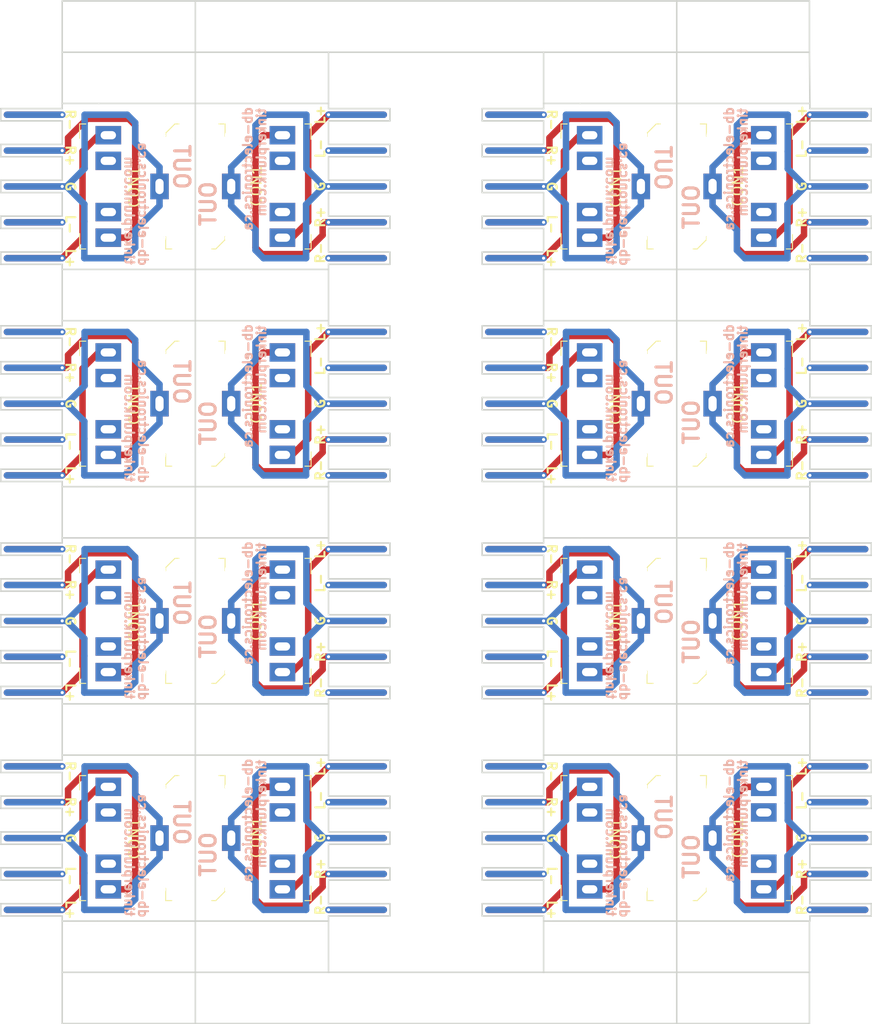
<source format=kicad_pcb>
(kicad_pcb (version 20171130) (host pcbnew "(5.1.5)-3")
  (title_block (title "Phoenix Connector Audio Adapter") (date 2018-03-30) (rev 0.1) (company "db Electronics") (comment 1 "Licensed Under The CERN OHL v.1.2") (comment 2 https://github.com/db-electronics/phoenix-audio-adapter-kicad))
  (layers (0 F.Cu signal) (31 B.Cu signal) (34 B.Paste user) (35 F.Paste user) (36 B.SilkS user) (37 F.SilkS user) (38 B.Mask user) (39 F.Mask user) (44 Edge.Cuts user))
  (net 0 "")
  (module headphone:Headphone_Jack_2.5mm_SJ1-3523N (layer F.Cu) (at 93.05 130.004 180)
    (fp_text reference CON1 (at -2.54 -0.0635 -90) (layer F.SilkS))
    (fp_text value Headphone_Jack_2.5mm_SJ1-3523N)
    (pad 3 thru_hole rect (at 0 -5 180) (size 2.5 1.8) (drill oval 1.5 0.8) (layers *.Cu *.Mask))
    (pad 2 thru_hole rect (at 0 5 180) (size 2.5 1.8) (drill oval 1.5 0.8) (layers *.Cu *.Mask))
    (pad 1 thru_hole rect (at -5 0 180) (size 1.8 2.5) (drill oval 0.8 1.5) (layers *.Cu *.Mask))
    (pad "" np_thru_hole circle (at 0 0 180) (size 1.2 1.2) (drill 1.2) (layers *.Cu *.Mask))
    (pad "" np_thru_hole circle (at -5 -5 180) (size 1.2 1.2) (drill 1.2) (layers *.Cu *.Mask))
    (pad "" np_thru_hole circle (at -7.5 -5 180) (size 1.2 1.2) (drill 1.2) (layers *.Cu *.Mask))
    (pad "" np_thru_hole circle (at -5 5 180) (size 1.2 1.2) (drill 1.2) (layers *.Cu *.Mask))
    (pad "" np_thru_hole circle (at -7.5 5 180) (size 1.2 1.2) (drill 1.2) (layers *.Cu *.Mask))
    (pad 11 thru_hole rect (at 0 -2.5 180) (size 2.5 1.8) (drill oval 1.5 0.8) (layers *.Cu *.Mask))
    (pad 10 thru_hole rect (at 0 2.5 180) (size 2.5 1.8) (drill oval 1.5 0.8) (layers *.Cu *.Mask))
  )
  (module headphone:Headphone_Jack_2.5mm_SJ1-3523N (layer F.Cu) (at 93.05 108.804 180)
    (fp_text reference CON1 (at -2.54 -0.0635 -90) (layer F.SilkS))
    (fp_text value Headphone_Jack_2.5mm_SJ1-3523N)
    (pad 10 thru_hole rect (at 0 2.5 180) (size 2.5 1.8) (drill oval 1.5 0.8) (layers *.Cu *.Mask))
    (pad 11 thru_hole rect (at 0 -2.5 180) (size 2.5 1.8) (drill oval 1.5 0.8) (layers *.Cu *.Mask))
    (pad "" np_thru_hole circle (at -7.5 5 180) (size 1.2 1.2) (drill 1.2) (layers *.Cu *.Mask))
    (pad "" np_thru_hole circle (at -5 5 180) (size 1.2 1.2) (drill 1.2) (layers *.Cu *.Mask))
    (pad "" np_thru_hole circle (at -7.5 -5 180) (size 1.2 1.2) (drill 1.2) (layers *.Cu *.Mask))
    (pad "" np_thru_hole circle (at -5 -5 180) (size 1.2 1.2) (drill 1.2) (layers *.Cu *.Mask))
    (pad "" np_thru_hole circle (at 0 0 180) (size 1.2 1.2) (drill 1.2) (layers *.Cu *.Mask))
    (pad 1 thru_hole rect (at -5 0 180) (size 1.8 2.5) (drill oval 0.8 1.5) (layers *.Cu *.Mask))
    (pad 2 thru_hole rect (at 0 5 180) (size 2.5 1.8) (drill oval 1.5 0.8) (layers *.Cu *.Mask))
    (pad 3 thru_hole rect (at 0 -5 180) (size 2.5 1.8) (drill oval 1.5 0.8) (layers *.Cu *.Mask))
  )
  (module headphone:Headphone_Jack_2.5mm_SJ1-3523N (layer F.Cu) (at 110.05 108.804)
    (fp_text reference CON1 (at -2.54 -0.0635 -270) (layer F.SilkS))
    (fp_text value Headphone_Jack_2.5mm_SJ1-3523N)
    (pad 3 thru_hole rect (at 0 -5) (size 2.5 1.8) (drill oval 1.5 0.8) (layers *.Cu *.Mask))
    (pad 2 thru_hole rect (at 0 5) (size 2.5 1.8) (drill oval 1.5 0.8) (layers *.Cu *.Mask))
    (pad 1 thru_hole rect (at -5 0) (size 1.8 2.5) (drill oval 0.8 1.5) (layers *.Cu *.Mask))
    (pad "" np_thru_hole circle (at 0 0) (size 1.2 1.2) (drill 1.2) (layers *.Cu *.Mask))
    (pad "" np_thru_hole circle (at -5 -5) (size 1.2 1.2) (drill 1.2) (layers *.Cu *.Mask))
    (pad "" np_thru_hole circle (at -7.5 -5) (size 1.2 1.2) (drill 1.2) (layers *.Cu *.Mask))
    (pad "" np_thru_hole circle (at -5 5) (size 1.2 1.2) (drill 1.2) (layers *.Cu *.Mask))
    (pad "" np_thru_hole circle (at -7.5 5) (size 1.2 1.2) (drill 1.2) (layers *.Cu *.Mask))
    (pad 11 thru_hole rect (at 0 -2.5) (size 2.5 1.8) (drill oval 1.5 0.8) (layers *.Cu *.Mask))
    (pad 10 thru_hole rect (at 0 2.5) (size 2.5 1.8) (drill oval 1.5 0.8) (layers *.Cu *.Mask))
  )
  (module headphone:Headphone_Jack_2.5mm_SJ1-3523N (layer F.Cu) (at 110.05 130.004)
    (fp_text reference CON1 (at -2.54 -0.0635 -270) (layer F.SilkS))
    (fp_text value Headphone_Jack_2.5mm_SJ1-3523N)
    (pad 10 thru_hole rect (at 0 2.5) (size 2.5 1.8) (drill oval 1.5 0.8) (layers *.Cu *.Mask))
    (pad 11 thru_hole rect (at 0 -2.5) (size 2.5 1.8) (drill oval 1.5 0.8) (layers *.Cu *.Mask))
    (pad "" np_thru_hole circle (at -7.5 5) (size 1.2 1.2) (drill 1.2) (layers *.Cu *.Mask))
    (pad "" np_thru_hole circle (at -5 5) (size 1.2 1.2) (drill 1.2) (layers *.Cu *.Mask))
    (pad "" np_thru_hole circle (at -7.5 -5) (size 1.2 1.2) (drill 1.2) (layers *.Cu *.Mask))
    (pad "" np_thru_hole circle (at -5 -5) (size 1.2 1.2) (drill 1.2) (layers *.Cu *.Mask))
    (pad "" np_thru_hole circle (at 0 0) (size 1.2 1.2) (drill 1.2) (layers *.Cu *.Mask))
    (pad 1 thru_hole rect (at -5 0) (size 1.8 2.5) (drill oval 0.8 1.5) (layers *.Cu *.Mask))
    (pad 2 thru_hole rect (at 0 5) (size 2.5 1.8) (drill oval 1.5 0.8) (layers *.Cu *.Mask))
    (pad 3 thru_hole rect (at 0 -5) (size 2.5 1.8) (drill oval 1.5 0.8) (layers *.Cu *.Mask))
  )
  (module headphone:Headphone_Jack_2.5mm_SJ1-3523N (layer F.Cu) (at 157.05 108.804)
    (fp_text reference CON1 (at -2.54 -0.0635 -270) (layer F.SilkS))
    (fp_text value Headphone_Jack_2.5mm_SJ1-3523N)
    (pad 10 thru_hole rect (at 0 2.5) (size 2.5 1.8) (drill oval 1.5 0.8) (layers *.Cu *.Mask))
    (pad 11 thru_hole rect (at 0 -2.5) (size 2.5 1.8) (drill oval 1.5 0.8) (layers *.Cu *.Mask))
    (pad "" np_thru_hole circle (at -7.5 5) (size 1.2 1.2) (drill 1.2) (layers *.Cu *.Mask))
    (pad "" np_thru_hole circle (at -5 5) (size 1.2 1.2) (drill 1.2) (layers *.Cu *.Mask))
    (pad "" np_thru_hole circle (at -7.5 -5) (size 1.2 1.2) (drill 1.2) (layers *.Cu *.Mask))
    (pad "" np_thru_hole circle (at -5 -5) (size 1.2 1.2) (drill 1.2) (layers *.Cu *.Mask))
    (pad "" np_thru_hole circle (at 0 0) (size 1.2 1.2) (drill 1.2) (layers *.Cu *.Mask))
    (pad 1 thru_hole rect (at -5 0) (size 1.8 2.5) (drill oval 0.8 1.5) (layers *.Cu *.Mask))
    (pad 2 thru_hole rect (at 0 5) (size 2.5 1.8) (drill oval 1.5 0.8) (layers *.Cu *.Mask))
    (pad 3 thru_hole rect (at 0 -5) (size 2.5 1.8) (drill oval 1.5 0.8) (layers *.Cu *.Mask))
  )
  (module headphone:Headphone_Jack_2.5mm_SJ1-3523N (layer F.Cu) (at 140.05 108.804 180)
    (fp_text reference CON1 (at -2.54 -0.0635 -90) (layer F.SilkS))
    (fp_text value Headphone_Jack_2.5mm_SJ1-3523N)
    (pad 3 thru_hole rect (at 0 -5 180) (size 2.5 1.8) (drill oval 1.5 0.8) (layers *.Cu *.Mask))
    (pad 2 thru_hole rect (at 0 5 180) (size 2.5 1.8) (drill oval 1.5 0.8) (layers *.Cu *.Mask))
    (pad 1 thru_hole rect (at -5 0 180) (size 1.8 2.5) (drill oval 0.8 1.5) (layers *.Cu *.Mask))
    (pad "" np_thru_hole circle (at 0 0 180) (size 1.2 1.2) (drill 1.2) (layers *.Cu *.Mask))
    (pad "" np_thru_hole circle (at -5 -5 180) (size 1.2 1.2) (drill 1.2) (layers *.Cu *.Mask))
    (pad "" np_thru_hole circle (at -7.5 -5 180) (size 1.2 1.2) (drill 1.2) (layers *.Cu *.Mask))
    (pad "" np_thru_hole circle (at -5 5 180) (size 1.2 1.2) (drill 1.2) (layers *.Cu *.Mask))
    (pad "" np_thru_hole circle (at -7.5 5 180) (size 1.2 1.2) (drill 1.2) (layers *.Cu *.Mask))
    (pad 11 thru_hole rect (at 0 -2.5 180) (size 2.5 1.8) (drill oval 1.5 0.8) (layers *.Cu *.Mask))
    (pad 10 thru_hole rect (at 0 2.5 180) (size 2.5 1.8) (drill oval 1.5 0.8) (layers *.Cu *.Mask))
  )
  (module headphone:Headphone_Jack_2.5mm_SJ1-3523N (layer F.Cu) (at 140.05 130.004 180)
    (fp_text reference CON1 (at -2.54 -0.0635 -90) (layer F.SilkS))
    (fp_text value Headphone_Jack_2.5mm_SJ1-3523N)
    (pad 10 thru_hole rect (at 0 2.5 180) (size 2.5 1.8) (drill oval 1.5 0.8) (layers *.Cu *.Mask))
    (pad 11 thru_hole rect (at 0 -2.5 180) (size 2.5 1.8) (drill oval 1.5 0.8) (layers *.Cu *.Mask))
    (pad "" np_thru_hole circle (at -7.5 5 180) (size 1.2 1.2) (drill 1.2) (layers *.Cu *.Mask))
    (pad "" np_thru_hole circle (at -5 5 180) (size 1.2 1.2) (drill 1.2) (layers *.Cu *.Mask))
    (pad "" np_thru_hole circle (at -7.5 -5 180) (size 1.2 1.2) (drill 1.2) (layers *.Cu *.Mask))
    (pad "" np_thru_hole circle (at -5 -5 180) (size 1.2 1.2) (drill 1.2) (layers *.Cu *.Mask))
    (pad "" np_thru_hole circle (at 0 0 180) (size 1.2 1.2) (drill 1.2) (layers *.Cu *.Mask))
    (pad 1 thru_hole rect (at -5 0 180) (size 1.8 2.5) (drill oval 0.8 1.5) (layers *.Cu *.Mask))
    (pad 2 thru_hole rect (at 0 5 180) (size 2.5 1.8) (drill oval 1.5 0.8) (layers *.Cu *.Mask))
    (pad 3 thru_hole rect (at 0 -5 180) (size 2.5 1.8) (drill oval 1.5 0.8) (layers *.Cu *.Mask))
  )
  (module headphone:Headphone_Jack_2.5mm_SJ1-3523N (layer F.Cu) (at 157.05 130.004)
    (fp_text reference CON1 (at -2.54 -0.0635 -270) (layer F.SilkS))
    (fp_text value Headphone_Jack_2.5mm_SJ1-3523N)
    (pad 3 thru_hole rect (at 0 -5) (size 2.5 1.8) (drill oval 1.5 0.8) (layers *.Cu *.Mask))
    (pad 2 thru_hole rect (at 0 5) (size 2.5 1.8) (drill oval 1.5 0.8) (layers *.Cu *.Mask))
    (pad 1 thru_hole rect (at -5 0) (size 1.8 2.5) (drill oval 0.8 1.5) (layers *.Cu *.Mask))
    (pad "" np_thru_hole circle (at 0 0) (size 1.2 1.2) (drill 1.2) (layers *.Cu *.Mask))
    (pad "" np_thru_hole circle (at -5 -5) (size 1.2 1.2) (drill 1.2) (layers *.Cu *.Mask))
    (pad "" np_thru_hole circle (at -7.5 -5) (size 1.2 1.2) (drill 1.2) (layers *.Cu *.Mask))
    (pad "" np_thru_hole circle (at -5 5) (size 1.2 1.2) (drill 1.2) (layers *.Cu *.Mask))
    (pad "" np_thru_hole circle (at -7.5 5) (size 1.2 1.2) (drill 1.2) (layers *.Cu *.Mask))
    (pad 11 thru_hole rect (at 0 -2.5) (size 2.5 1.8) (drill oval 1.5 0.8) (layers *.Cu *.Mask))
    (pad 10 thru_hole rect (at 0 2.5) (size 2.5 1.8) (drill oval 1.5 0.8) (layers *.Cu *.Mask))
  )
  (module headphone:Headphone_Jack_2.5mm_SJ1-3523N (layer F.Cu) (at 140.05 66.404 180)
    (fp_text reference CON1 (at -2.54 -0.0635 -90) (layer F.SilkS))
    (fp_text value Headphone_Jack_2.5mm_SJ1-3523N)
    (pad 10 thru_hole rect (at 0 2.5 180) (size 2.5 1.8) (drill oval 1.5 0.8) (layers *.Cu *.Mask))
    (pad 11 thru_hole rect (at 0 -2.5 180) (size 2.5 1.8) (drill oval 1.5 0.8) (layers *.Cu *.Mask))
    (pad "" np_thru_hole circle (at -7.5 5 180) (size 1.2 1.2) (drill 1.2) (layers *.Cu *.Mask))
    (pad "" np_thru_hole circle (at -5 5 180) (size 1.2 1.2) (drill 1.2) (layers *.Cu *.Mask))
    (pad "" np_thru_hole circle (at -7.5 -5 180) (size 1.2 1.2) (drill 1.2) (layers *.Cu *.Mask))
    (pad "" np_thru_hole circle (at -5 -5 180) (size 1.2 1.2) (drill 1.2) (layers *.Cu *.Mask))
    (pad "" np_thru_hole circle (at 0 0 180) (size 1.2 1.2) (drill 1.2) (layers *.Cu *.Mask))
    (pad 1 thru_hole rect (at -5 0 180) (size 1.8 2.5) (drill oval 0.8 1.5) (layers *.Cu *.Mask))
    (pad 2 thru_hole rect (at 0 5 180) (size 2.5 1.8) (drill oval 1.5 0.8) (layers *.Cu *.Mask))
    (pad 3 thru_hole rect (at 0 -5 180) (size 2.5 1.8) (drill oval 1.5 0.8) (layers *.Cu *.Mask))
  )
  (module headphone:Headphone_Jack_2.5mm_SJ1-3523N (layer F.Cu) (at 157.05 66.404)
    (fp_text reference CON1 (at -2.54 -0.0635 -270) (layer F.SilkS))
    (fp_text value Headphone_Jack_2.5mm_SJ1-3523N)
    (pad 3 thru_hole rect (at 0 -5) (size 2.5 1.8) (drill oval 1.5 0.8) (layers *.Cu *.Mask))
    (pad 2 thru_hole rect (at 0 5) (size 2.5 1.8) (drill oval 1.5 0.8) (layers *.Cu *.Mask))
    (pad 1 thru_hole rect (at -5 0) (size 1.8 2.5) (drill oval 0.8 1.5) (layers *.Cu *.Mask))
    (pad "" np_thru_hole circle (at 0 0) (size 1.2 1.2) (drill 1.2) (layers *.Cu *.Mask))
    (pad "" np_thru_hole circle (at -5 -5) (size 1.2 1.2) (drill 1.2) (layers *.Cu *.Mask))
    (pad "" np_thru_hole circle (at -7.5 -5) (size 1.2 1.2) (drill 1.2) (layers *.Cu *.Mask))
    (pad "" np_thru_hole circle (at -5 5) (size 1.2 1.2) (drill 1.2) (layers *.Cu *.Mask))
    (pad "" np_thru_hole circle (at -7.5 5) (size 1.2 1.2) (drill 1.2) (layers *.Cu *.Mask))
    (pad 11 thru_hole rect (at 0 -2.5) (size 2.5 1.8) (drill oval 1.5 0.8) (layers *.Cu *.Mask))
    (pad 10 thru_hole rect (at 0 2.5) (size 2.5 1.8) (drill oval 1.5 0.8) (layers *.Cu *.Mask))
  )
  (module headphone:Headphone_Jack_2.5mm_SJ1-3523N (layer F.Cu) (at 157.05 87.604)
    (fp_text reference CON1 (at -2.54 -0.0635 -270) (layer F.SilkS))
    (fp_text value Headphone_Jack_2.5mm_SJ1-3523N)
    (pad 10 thru_hole rect (at 0 2.5) (size 2.5 1.8) (drill oval 1.5 0.8) (layers *.Cu *.Mask))
    (pad 11 thru_hole rect (at 0 -2.5) (size 2.5 1.8) (drill oval 1.5 0.8) (layers *.Cu *.Mask))
    (pad "" np_thru_hole circle (at -7.5 5) (size 1.2 1.2) (drill 1.2) (layers *.Cu *.Mask))
    (pad "" np_thru_hole circle (at -5 5) (size 1.2 1.2) (drill 1.2) (layers *.Cu *.Mask))
    (pad "" np_thru_hole circle (at -7.5 -5) (size 1.2 1.2) (drill 1.2) (layers *.Cu *.Mask))
    (pad "" np_thru_hole circle (at -5 -5) (size 1.2 1.2) (drill 1.2) (layers *.Cu *.Mask))
    (pad "" np_thru_hole circle (at 0 0) (size 1.2 1.2) (drill 1.2) (layers *.Cu *.Mask))
    (pad 1 thru_hole rect (at -5 0) (size 1.8 2.5) (drill oval 0.8 1.5) (layers *.Cu *.Mask))
    (pad 2 thru_hole rect (at 0 5) (size 2.5 1.8) (drill oval 1.5 0.8) (layers *.Cu *.Mask))
    (pad 3 thru_hole rect (at 0 -5) (size 2.5 1.8) (drill oval 1.5 0.8) (layers *.Cu *.Mask))
  )
  (module headphone:Headphone_Jack_2.5mm_SJ1-3523N (layer F.Cu) (at 140.05 87.604 180)
    (fp_text reference CON1 (at -2.54 -0.0635 -90) (layer F.SilkS))
    (fp_text value Headphone_Jack_2.5mm_SJ1-3523N)
    (pad 3 thru_hole rect (at 0 -5 180) (size 2.5 1.8) (drill oval 1.5 0.8) (layers *.Cu *.Mask))
    (pad 2 thru_hole rect (at 0 5 180) (size 2.5 1.8) (drill oval 1.5 0.8) (layers *.Cu *.Mask))
    (pad 1 thru_hole rect (at -5 0 180) (size 1.8 2.5) (drill oval 0.8 1.5) (layers *.Cu *.Mask))
    (pad "" np_thru_hole circle (at 0 0 180) (size 1.2 1.2) (drill 1.2) (layers *.Cu *.Mask))
    (pad "" np_thru_hole circle (at -5 -5 180) (size 1.2 1.2) (drill 1.2) (layers *.Cu *.Mask))
    (pad "" np_thru_hole circle (at -7.5 -5 180) (size 1.2 1.2) (drill 1.2) (layers *.Cu *.Mask))
    (pad "" np_thru_hole circle (at -5 5 180) (size 1.2 1.2) (drill 1.2) (layers *.Cu *.Mask))
    (pad "" np_thru_hole circle (at -7.5 5 180) (size 1.2 1.2) (drill 1.2) (layers *.Cu *.Mask))
    (pad 11 thru_hole rect (at 0 -2.5 180) (size 2.5 1.8) (drill oval 1.5 0.8) (layers *.Cu *.Mask))
    (pad 10 thru_hole rect (at 0 2.5 180) (size 2.5 1.8) (drill oval 1.5 0.8) (layers *.Cu *.Mask))
  )
  (module headphone:Headphone_Jack_2.5mm_SJ1-3523N (layer F.Cu) (at 110.05 66.404)
    (fp_text reference CON1 (at -2.54 -0.0635 -270) (layer F.SilkS))
    (fp_text value Headphone_Jack_2.5mm_SJ1-3523N)
    (pad 10 thru_hole rect (at 0 2.5) (size 2.5 1.8) (drill oval 1.5 0.8) (layers *.Cu *.Mask))
    (pad 11 thru_hole rect (at 0 -2.5) (size 2.5 1.8) (drill oval 1.5 0.8) (layers *.Cu *.Mask))
    (pad "" np_thru_hole circle (at -7.5 5) (size 1.2 1.2) (drill 1.2) (layers *.Cu *.Mask))
    (pad "" np_thru_hole circle (at -5 5) (size 1.2 1.2) (drill 1.2) (layers *.Cu *.Mask))
    (pad "" np_thru_hole circle (at -7.5 -5) (size 1.2 1.2) (drill 1.2) (layers *.Cu *.Mask))
    (pad "" np_thru_hole circle (at -5 -5) (size 1.2 1.2) (drill 1.2) (layers *.Cu *.Mask))
    (pad "" np_thru_hole circle (at 0 0) (size 1.2 1.2) (drill 1.2) (layers *.Cu *.Mask))
    (pad 1 thru_hole rect (at -5 0) (size 1.8 2.5) (drill oval 0.8 1.5) (layers *.Cu *.Mask))
    (pad 2 thru_hole rect (at 0 5) (size 2.5 1.8) (drill oval 1.5 0.8) (layers *.Cu *.Mask))
    (pad 3 thru_hole rect (at 0 -5) (size 2.5 1.8) (drill oval 1.5 0.8) (layers *.Cu *.Mask))
  )
  (module headphone:Headphone_Jack_2.5mm_SJ1-3523N (layer F.Cu) (at 93.05 66.404 180)
    (fp_text reference CON1 (at -2.54 -0.0635 -90) (layer F.SilkS))
    (fp_text value Headphone_Jack_2.5mm_SJ1-3523N)
    (pad 3 thru_hole rect (at 0 -5 180) (size 2.5 1.8) (drill oval 1.5 0.8) (layers *.Cu *.Mask))
    (pad 2 thru_hole rect (at 0 5 180) (size 2.5 1.8) (drill oval 1.5 0.8) (layers *.Cu *.Mask))
    (pad 1 thru_hole rect (at -5 0 180) (size 1.8 2.5) (drill oval 0.8 1.5) (layers *.Cu *.Mask))
    (pad "" np_thru_hole circle (at 0 0 180) (size 1.2 1.2) (drill 1.2) (layers *.Cu *.Mask))
    (pad "" np_thru_hole circle (at -5 -5 180) (size 1.2 1.2) (drill 1.2) (layers *.Cu *.Mask))
    (pad "" np_thru_hole circle (at -7.5 -5 180) (size 1.2 1.2) (drill 1.2) (layers *.Cu *.Mask))
    (pad "" np_thru_hole circle (at -5 5 180) (size 1.2 1.2) (drill 1.2) (layers *.Cu *.Mask))
    (pad "" np_thru_hole circle (at -7.5 5 180) (size 1.2 1.2) (drill 1.2) (layers *.Cu *.Mask))
    (pad 11 thru_hole rect (at 0 -2.5 180) (size 2.5 1.8) (drill oval 1.5 0.8) (layers *.Cu *.Mask))
    (pad 10 thru_hole rect (at 0 2.5 180) (size 2.5 1.8) (drill oval 1.5 0.8) (layers *.Cu *.Mask))
  )
  (module headphone:Headphone_Jack_2.5mm_SJ1-3523N (layer F.Cu) (at 93.05 87.604 180)
    (fp_text reference CON1 (at -2.54 -0.0635 -90) (layer F.SilkS))
    (fp_text value Headphone_Jack_2.5mm_SJ1-3523N)
    (pad 10 thru_hole rect (at 0 2.5 180) (size 2.5 1.8) (drill oval 1.5 0.8) (layers *.Cu *.Mask))
    (pad 11 thru_hole rect (at 0 -2.5 180) (size 2.5 1.8) (drill oval 1.5 0.8) (layers *.Cu *.Mask))
    (pad "" np_thru_hole circle (at -7.5 5 180) (size 1.2 1.2) (drill 1.2) (layers *.Cu *.Mask))
    (pad "" np_thru_hole circle (at -5 5 180) (size 1.2 1.2) (drill 1.2) (layers *.Cu *.Mask))
    (pad "" np_thru_hole circle (at -7.5 -5 180) (size 1.2 1.2) (drill 1.2) (layers *.Cu *.Mask))
    (pad "" np_thru_hole circle (at -5 -5 180) (size 1.2 1.2) (drill 1.2) (layers *.Cu *.Mask))
    (pad "" np_thru_hole circle (at 0 0 180) (size 1.2 1.2) (drill 1.2) (layers *.Cu *.Mask))
    (pad 1 thru_hole rect (at -5 0 180) (size 1.8 2.5) (drill oval 0.8 1.5) (layers *.Cu *.Mask))
    (pad 2 thru_hole rect (at 0 5 180) (size 2.5 1.8) (drill oval 1.5 0.8) (layers *.Cu *.Mask))
    (pad 3 thru_hole rect (at 0 -5 180) (size 2.5 1.8) (drill oval 1.5 0.8) (layers *.Cu *.Mask))
  )
  (module headphone:Headphone_Jack_2.5mm_SJ1-3523N (layer F.Cu) (at 110.05 87.604)
    (fp_text reference CON1 (at -2.54 -0.0635 -270) (layer F.SilkS))
    (fp_text value Headphone_Jack_2.5mm_SJ1-3523N)
    (pad 3 thru_hole rect (at 0 -5) (size 2.5 1.8) (drill oval 1.5 0.8) (layers *.Cu *.Mask))
    (pad 2 thru_hole rect (at 0 5) (size 2.5 1.8) (drill oval 1.5 0.8) (layers *.Cu *.Mask))
    (pad 1 thru_hole rect (at -5 0) (size 1.8 2.5) (drill oval 0.8 1.5) (layers *.Cu *.Mask))
    (pad "" np_thru_hole circle (at 0 0) (size 1.2 1.2) (drill 1.2) (layers *.Cu *.Mask))
    (pad "" np_thru_hole circle (at -5 -5) (size 1.2 1.2) (drill 1.2) (layers *.Cu *.Mask))
    (pad "" np_thru_hole circle (at -7.5 -5) (size 1.2 1.2) (drill 1.2) (layers *.Cu *.Mask))
    (pad "" np_thru_hole circle (at -5 5) (size 1.2 1.2) (drill 1.2) (layers *.Cu *.Mask))
    (pad "" np_thru_hole circle (at -7.5 5) (size 1.2 1.2) (drill 1.2) (layers *.Cu *.Mask))
    (pad 11 thru_hole rect (at 0 -2.5) (size 2.5 1.8) (drill oval 1.5 0.8) (layers *.Cu *.Mask))
    (pad 10 thru_hole rect (at 0 2.5) (size 2.5 1.8) (drill oval 1.5 0.8) (layers *.Cu *.Mask))
  )
  (gr_text R- (at 89.35 81.104 270) (layer F.SilkS) (effects (font (size 0.889 0.889) (thickness 0.2032))))
  (gr_line (start 161.55 58.304) (end 161.509 53.304) (layer Edge.Cuts) (width 0.15))
  (gr_line (start 148.55 58.304) (end 148.55 53.282) (layer Edge.Cuts) (width 0.15))
  (gr_line (start 135.55 58.304) (end 135.55 53.304) (layer Edge.Cuts) (width 0.15))
  (gr_line (start 114.55 58.304) (end 114.55 53.304) (layer Edge.Cuts) (width 0.15))
  (gr_line (start 101.55 58.304) (end 101.55 53.304) (layer Edge.Cuts) (width 0.15))
  (gr_line (start 88.55 58.304) (end 88.55 53.304) (layer Edge.Cuts) (width 0.15))
  (gr_line (start 88.55 48.304) (end 161.509 48.304) (layer Edge.Cuts) (width 0.15))
  (gr_line (start 88.55 48.304) (end 88.55 53.304) (layer Edge.Cuts) (width 0.15))
  (gr_line (start 148.55 48.282) (end 148.55 53.282) (layer Edge.Cuts) (width 0.15))
  (gr_line (start 101.55 48.304) (end 101.55 53.304) (layer Edge.Cuts) (width 0.15))
  (gr_line (start 88.55 53.304) (end 161.509 53.304) (layer Edge.Cuts) (width 0.15))
  (gr_line (start 161.509 48.304) (end 161.509 53.304) (layer Edge.Cuts) (width 0.15))
  (gr_line (start 88.55 148.104) (end 161.509 148.104) (layer Edge.Cuts) (width 0.15))
  (gr_line (start 101.55 138.104) (end 101.55 143.104) (layer Edge.Cuts) (width 0.15))
  (gr_line (start 101.55 143.104) (end 101.55 148.104) (layer Edge.Cuts) (width 0.15))
  (gr_line (start 148.55 143.082) (end 148.55 148.082) (layer Edge.Cuts) (width 0.15))
  (gr_line (start 148.55 138.104) (end 148.55 143.104) (layer Edge.Cuts) (width 0.15))
  (gr_line (start 161.509 143.104) (end 161.509 148.104) (layer Edge.Cuts) (width 0.15))
  (gr_line (start 161.509 138.104) (end 161.509 143.104) (layer Edge.Cuts) (width 0.15))
  (gr_line (start 135.55 138.104) (end 135.55 143.104) (layer Edge.Cuts) (width 0.15))
  (gr_line (start 88.55 143.104) (end 161.509 143.104) (layer Edge.Cuts) (width 0.15))
  (gr_line (start 88.55 143.104) (end 88.55 148.104) (layer Edge.Cuts) (width 0.15))
  (gr_line (start 114.55 138.104) (end 114.55 143.104) (layer Edge.Cuts) (width 0.15))
  (gr_line (start 88.55 138.104) (end 88.55 143.104) (layer Edge.Cuts) (width 0.15))
  (gr_line (start 161.55 79.504) (end 161.55 74.504) (layer Edge.Cuts) (width 0.15))
  (gr_line (start 148.55 79.504) (end 148.55 74.504) (layer Edge.Cuts) (width 0.15))
  (gr_line (start 135.55 79.504) (end 135.55 74.504) (layer Edge.Cuts) (width 0.15))
  (gr_line (start 161.55 100.704) (end 161.55 95.704) (layer Edge.Cuts) (width 0.15))
  (gr_line (start 148.55 95.704) (end 148.55 100.704) (layer Edge.Cuts) (width 0.15))
  (gr_line (start 135.55 100.704) (end 135.55 95.704) (layer Edge.Cuts) (width 0.15))
  (gr_line (start 161.55 121.904) (end 161.55 116.904) (layer Edge.Cuts) (width 0.15))
  (gr_line (start 148.55 121.904) (end 148.55 116.904) (layer Edge.Cuts) (width 0.15))
  (gr_line (start 135.55 116.904) (end 135.55 121.904) (layer Edge.Cuts) (width 0.15))
  (gr_line (start 114.55 116.904) (end 114.55 121.904) (layer Edge.Cuts) (width 0.15))
  (gr_line (start 101.55 116.904) (end 101.55 121.904) (layer Edge.Cuts) (width 0.15))
  (gr_line (start 88.55 121.904) (end 88.55 116.904) (layer Edge.Cuts) (width 0.15))
  (gr_line (start 114.55 95.704) (end 114.55 100.704) (layer Edge.Cuts) (width 0.15))
  (gr_line (start 101.55 100.704) (end 101.55 95.704) (layer Edge.Cuts) (width 0.15))
  (gr_line (start 88.55 95.704) (end 88.55 100.704) (layer Edge.Cuts) (width 0.15))
  (gr_line (start 114.55 79.504) (end 114.55 74.504) (layer Edge.Cuts) (width 0.15))
  (gr_line (start 101.55 74.504) (end 101.55 79.504) (layer Edge.Cuts) (width 0.15))
  (gr_line (start 88.55 79.504) (end 88.55 74.504) (layer Edge.Cuts) (width 0.15))
  (gr_line (start 88.55 121.904) (end 114.55 121.904) (layer Edge.Cuts) (width 0.15))
  (gr_line (start 82.55 109.404) (end 88.55 109.404) (layer Edge.Cuts) (width 0.15))
  (gr_line (start 88.55 100.704) (end 88.55 101.204) (layer Edge.Cuts) (width 0.15))
  (gr_line (start 114.55 108.204) (end 114.55 105.904) (layer Edge.Cuts) (width 0.15))
  (gr_line (start 88.55 101.204) (end 82.55 101.204) (layer Edge.Cuts) (width 0.15))
  (gr_line (start 88.55 105.904) (end 88.55 108.204) (layer Edge.Cuts) (width 0.15))
  (gr_line (start 82.55 116.404) (end 88.55 116.404) (layer Edge.Cuts) (width 0.15))
  (gr_line (start 88.55 102.404) (end 88.55 104.704) (layer Edge.Cuts) (width 0.15))
  (gr_line (start 82.55 115.204) (end 82.55 116.404) (layer Edge.Cuts) (width 0.15))
  (gr_line (start 88.55 109.404) (end 88.55 111.704) (layer Edge.Cuts) (width 0.15))
  (gr_line (start 82.55 111.704) (end 82.55 112.904) (layer Edge.Cuts) (width 0.15))
  (gr_line (start 88.55 112.904) (end 88.55 115.204) (layer Edge.Cuts) (width 0.15))
  (gr_line (start 91.98 138.104) (end 101.55 138.104) (layer Edge.Cuts) (width 0.15))
  (gr_line (start 82.55 102.404) (end 88.55 102.404) (layer Edge.Cuts) (width 0.15))
  (gr_line (start 82.55 108.204) (end 82.55 109.404) (layer Edge.Cuts) (width 0.15))
  (gr_line (start 88.55 115.204) (end 82.55 115.204) (layer Edge.Cuts) (width 0.15))
  (gr_line (start 82.55 105.904) (end 88.55 105.904) (layer Edge.Cuts) (width 0.15))
  (gr_line (start 88.55 116.404) (end 88.55 116.904) (layer Edge.Cuts) (width 0.15))
  (gr_line (start 88.55 104.704) (end 82.55 104.704) (layer Edge.Cuts) (width 0.15))
  (gr_line (start 88.55 111.704) (end 82.55 111.704) (layer Edge.Cuts) (width 0.15))
  (gr_line (start 101.55 138.104) (end 114.55 138.104) (layer Edge.Cuts) (width 0.15))
  (gr_line (start 82.55 104.704) (end 82.55 105.904) (layer Edge.Cuts) (width 0.15))
  (gr_line (start 88.55 108.204) (end 82.55 108.204) (layer Edge.Cuts) (width 0.15))
  (gr_line (start 101.55 100.704) (end 101.55 116.904) (layer Edge.Cuts) (width 0.15))
  (gr_line (start 114.55 102.404) (end 120.55 102.404) (layer Edge.Cuts) (width 0.15))
  (gr_line (start 114.55 115.204) (end 114.55 112.904) (layer Edge.Cuts) (width 0.15))
  (gr_line (start 82.55 101.204) (end 82.55 102.404) (layer Edge.Cuts) (width 0.15))
  (gr_line (start 82.55 112.904) (end 88.55 112.904) (layer Edge.Cuts) (width 0.15))
  (gr_line (start 92.12 100.704) (end 88.55 100.704) (layer Edge.Cuts) (width 0.15))
  (gr_line (start 92.12 100.704) (end 101.55 100.704) (layer Edge.Cuts) (width 0.15))
  (gr_line (start 101.55 100.704) (end 114.55 100.704) (layer Edge.Cuts) (width 0.15))
  (gr_text tinkerplunk.com (at 95.1055 132.3535 270) (layer B.SilkS) (effects (font (size 0.889 0.889) (thickness 0.2032)) (justify mirror)))
  (gr_text tinkerplunk.com (at 107.9945 106.4545 90) (layer B.SilkS) (effects (font (size 0.889 0.889) (thickness 0.2032)) (justify mirror)))
  (gr_text R- (at 89.35 123.504 270) (layer F.SilkS) (effects (font (size 0.889 0.889) (thickness 0.2032))))
  (gr_text L+ (at 89.35 137.004 270) (layer F.SilkS) (effects (font (size 0.889 0.889) (thickness 0.2032))))
  (gr_text L+ (at 113.75 101.804 90) (layer F.SilkS) (effects (font (size 0.889 0.889) (thickness 0.2032))))
  (gr_text OUT (at 100.2 128.5 270) (layer B.SilkS) (effects (font (size 1.5 1.5) (thickness 0.3)) (justify mirror)))
  (gr_text db-electronics.ca (at 96.439 131.7185 270) (layer B.SilkS) (effects (font (size 0.889 0.889) (thickness 0.2032)) (justify mirror)))
  (gr_text G (at 89.35 108.804 270) (layer F.SilkS) (effects (font (size 0.889 0.889) (thickness 0.2032))))
  (gr_text L+ (at 113.75 123.004 90) (layer F.SilkS) (effects (font (size 0.889 0.889) (thickness 0.2032))))
  (gr_text L- (at 89.35 133.704 270) (layer F.SilkS) (effects (font (size 0.889 0.889) (thickness 0.2032))))
  (gr_text G (at 89.35 130.004 270) (layer F.SilkS) (effects (font (size 0.889 0.889) (thickness 0.2032))))
  (gr_text OUT (at 102.8 110.3 90) (layer B.SilkS) (effects (font (size 1.5 1.5) (thickness 0.3)) (justify mirror)))
  (gr_text R- (at 89.35 102.304 270) (layer F.SilkS) (effects (font (size 0.889 0.889) (thickness 0.2032))))
  (gr_text OUT (at 100.2 107.1 270) (layer B.SilkS) (effects (font (size 1.5 1.5) (thickness 0.3)) (justify mirror)))
  (gr_text G (at 113.75 108.804 90) (layer F.SilkS) (effects (font (size 0.889 0.889) (thickness 0.2032))))
  (gr_text db-electronics.ca (at 106.661 128.2895 90) (layer B.SilkS) (effects (font (size 0.889 0.889) (thickness 0.2032)) (justify mirror)))
  (gr_text R+ (at 89.35 105.804 270) (layer F.SilkS) (effects (font (size 0.889 0.889) (thickness 0.2032))))
  (gr_text tinkerplunk.com (at 107.9945 127.6545 90) (layer B.SilkS) (effects (font (size 0.889 0.889) (thickness 0.2032)) (justify mirror)))
  (gr_text db-electronics.ca (at 106.661 107.0895 90) (layer B.SilkS) (effects (font (size 0.889 0.889) (thickness 0.2032)) (justify mirror)))
  (gr_text L- (at 113.75 105.104 90) (layer F.SilkS) (effects (font (size 0.889 0.889) (thickness 0.2032))))
  (gr_text G (at 113.75 130.004 90) (layer F.SilkS) (effects (font (size 0.889 0.889) (thickness 0.2032))))
  (gr_text db-electronics.ca (at 96.439 110.5185 270) (layer B.SilkS) (effects (font (size 0.889 0.889) (thickness 0.2032)) (justify mirror)))
  (gr_text tinkerplunk.com (at 95.1055 111.1535 270) (layer B.SilkS) (effects (font (size 0.889 0.889) (thickness 0.2032)) (justify mirror)))
  (gr_text R- (at 113.75 136.504 90) (layer F.SilkS) (effects (font (size 0.889 0.889) (thickness 0.2032))))
  (gr_text R+ (at 113.75 133.004 90) (layer F.SilkS) (effects (font (size 0.889 0.889) (thickness 0.2032))))
  (gr_text R- (at 113.75 115.304 90) (layer F.SilkS) (effects (font (size 0.889 0.889) (thickness 0.2032))))
  (gr_text L- (at 113.75 126.304 90) (layer F.SilkS) (effects (font (size 0.889 0.889) (thickness 0.2032))))
  (gr_text R+ (at 113.75 111.804 90) (layer F.SilkS) (effects (font (size 0.889 0.889) (thickness 0.2032))))
  (gr_text OUT (at 102.8 131.6 90) (layer B.SilkS) (effects (font (size 1.5 1.5) (thickness 0.3)) (justify mirror)))
  (gr_text L- (at 89.35 112.504 270) (layer F.SilkS) (effects (font (size 0.889 0.889) (thickness 0.2032))))
  (gr_text L+ (at 89.35 115.804 270) (layer F.SilkS) (effects (font (size 0.889 0.889) (thickness 0.2032))))
  (gr_text R+ (at 89.35 127.004 270) (layer F.SilkS) (effects (font (size 0.889 0.889) (thickness 0.2032))))
  (gr_line (start 88.55 125.904) (end 82.55 125.904) (layer Edge.Cuts) (width 0.15))
  (gr_line (start 88.55 129.404) (end 82.55 129.404) (layer Edge.Cuts) (width 0.15))
  (gr_line (start 120.55 137.604) (end 120.55 136.404) (layer Edge.Cuts) (width 0.15))
  (gr_line (start 82.55 127.104) (end 88.55 127.104) (layer Edge.Cuts) (width 0.15))
  (gr_line (start 88.55 123.604) (end 88.55 125.904) (layer Edge.Cuts) (width 0.15))
  (gr_line (start 82.55 134.104) (end 88.55 134.104) (layer Edge.Cuts) (width 0.15))
  (gr_line (start 114.55 125.904) (end 114.55 123.604) (layer Edge.Cuts) (width 0.15))
  (gr_line (start 114.55 130.604) (end 120.55 130.604) (layer Edge.Cuts) (width 0.15))
  (gr_line (start 114.55 132.904) (end 114.55 130.604) (layer Edge.Cuts) (width 0.15))
  (gr_line (start 88.55 122.404) (end 82.55 122.404) (layer Edge.Cuts) (width 0.15))
  (gr_line (start 88.55 136.404) (end 82.55 136.404) (layer Edge.Cuts) (width 0.15))
  (gr_line (start 114.55 122.404) (end 114.55 121.904) (layer Edge.Cuts) (width 0.15))
  (gr_line (start 82.55 137.604) (end 88.55 137.604) (layer Edge.Cuts) (width 0.15))
  (gr_line (start 114.55 138.104) (end 114.55 137.604) (layer Edge.Cuts) (width 0.15))
  (gr_line (start 120.55 123.604) (end 120.55 122.404) (layer Edge.Cuts) (width 0.15))
  (gr_line (start 114.55 127.104) (end 120.55 127.104) (layer Edge.Cuts) (width 0.15))
  (gr_line (start 91.98 138.104) (end 88.55 138.104) (layer Edge.Cuts) (width 0.15))
  (gr_line (start 88.55 134.104) (end 88.55 136.404) (layer Edge.Cuts) (width 0.15))
  (gr_line (start 120.55 136.404) (end 114.55 136.404) (layer Edge.Cuts) (width 0.15))
  (gr_line (start 82.55 125.904) (end 82.55 127.104) (layer Edge.Cuts) (width 0.15))
  (gr_line (start 120.55 134.104) (end 120.55 132.904) (layer Edge.Cuts) (width 0.15))
  (gr_line (start 120.55 127.104) (end 120.55 125.904) (layer Edge.Cuts) (width 0.15))
  (gr_line (start 88.55 132.904) (end 82.55 132.904) (layer Edge.Cuts) (width 0.15))
  (gr_line (start 114.55 109.404) (end 120.55 109.404) (layer Edge.Cuts) (width 0.15))
  (gr_line (start 82.55 132.904) (end 82.55 134.104) (layer Edge.Cuts) (width 0.15))
  (gr_line (start 114.55 116.904) (end 114.55 116.404) (layer Edge.Cuts) (width 0.15))
  (gr_line (start 82.55 130.604) (end 88.55 130.604) (layer Edge.Cuts) (width 0.15))
  (gr_line (start 120.55 130.604) (end 120.55 129.404) (layer Edge.Cuts) (width 0.15))
  (gr_line (start 101.55 116.904) (end 114.55 116.904) (layer Edge.Cuts) (width 0.15))
  (gr_line (start 120.55 122.404) (end 114.55 122.404) (layer Edge.Cuts) (width 0.15))
  (gr_line (start 120.55 112.904) (end 120.55 111.704) (layer Edge.Cuts) (width 0.15))
  (gr_line (start 88.55 130.604) (end 88.55 132.904) (layer Edge.Cuts) (width 0.15))
  (gr_line (start 114.55 129.404) (end 114.55 127.104) (layer Edge.Cuts) (width 0.15))
  (gr_line (start 120.55 104.704) (end 114.55 104.704) (layer Edge.Cuts) (width 0.15))
  (gr_line (start 82.55 129.404) (end 82.55 130.604) (layer Edge.Cuts) (width 0.15))
  (gr_line (start 120.55 109.404) (end 120.55 108.204) (layer Edge.Cuts) (width 0.15))
  (gr_line (start 101.55 121.904) (end 101.55 138.104) (layer Edge.Cuts) (width 0.15))
  (gr_line (start 82.55 123.604) (end 88.55 123.604) (layer Edge.Cuts) (width 0.15))
  (gr_line (start 114.55 112.904) (end 120.55 112.904) (layer Edge.Cuts) (width 0.15))
  (gr_line (start 114.55 111.704) (end 114.55 109.404) (layer Edge.Cuts) (width 0.15))
  (gr_line (start 88.55 121.904) (end 88.55 122.404) (layer Edge.Cuts) (width 0.15))
  (gr_line (start 120.55 132.904) (end 114.55 132.904) (layer Edge.Cuts) (width 0.15))
  (gr_line (start 114.55 123.604) (end 120.55 123.604) (layer Edge.Cuts) (width 0.15))
  (gr_line (start 114.55 104.704) (end 114.55 102.404) (layer Edge.Cuts) (width 0.15))
  (gr_line (start 120.55 125.904) (end 114.55 125.904) (layer Edge.Cuts) (width 0.15))
  (gr_line (start 114.55 134.104) (end 120.55 134.104) (layer Edge.Cuts) (width 0.15))
  (gr_line (start 120.55 108.204) (end 114.55 108.204) (layer Edge.Cuts) (width 0.15))
  (gr_line (start 120.55 105.904) (end 120.55 104.704) (layer Edge.Cuts) (width 0.15))
  (gr_line (start 114.55 116.404) (end 120.55 116.404) (layer Edge.Cuts) (width 0.15))
  (gr_line (start 120.55 116.404) (end 120.55 115.204) (layer Edge.Cuts) (width 0.15))
  (gr_line (start 120.55 115.204) (end 114.55 115.204) (layer Edge.Cuts) (width 0.15))
  (gr_line (start 114.55 137.604) (end 120.55 137.604) (layer Edge.Cuts) (width 0.15))
  (gr_line (start 101.55 116.904) (end 88.55 116.904) (layer Edge.Cuts) (width 0.15))
  (gr_line (start 82.55 136.404) (end 82.55 137.604) (layer Edge.Cuts) (width 0.15))
  (gr_line (start 88.55 137.604) (end 88.55 138.104) (layer Edge.Cuts) (width 0.15))
  (gr_line (start 114.55 105.904) (end 120.55 105.904) (layer Edge.Cuts) (width 0.15))
  (gr_line (start 120.55 101.204) (end 114.55 101.204) (layer Edge.Cuts) (width 0.15))
  (gr_line (start 114.55 101.204) (end 114.55 100.704) (layer Edge.Cuts) (width 0.15))
  (gr_line (start 114.55 136.404) (end 114.55 134.104) (layer Edge.Cuts) (width 0.15))
  (gr_line (start 82.55 122.404) (end 82.55 123.604) (layer Edge.Cuts) (width 0.15))
  (gr_line (start 120.55 102.404) (end 120.55 101.204) (layer Edge.Cuts) (width 0.15))
  (gr_line (start 88.55 127.104) (end 88.55 129.404) (layer Edge.Cuts) (width 0.15))
  (gr_line (start 120.55 129.404) (end 114.55 129.404) (layer Edge.Cuts) (width 0.15))
  (gr_line (start 120.55 111.704) (end 114.55 111.704) (layer Edge.Cuts) (width 0.15))
  (gr_line (start 135.55 115.204) (end 129.55 115.204) (layer Edge.Cuts) (width 0.15))
  (gr_line (start 161.55 102.404) (end 167.55 102.404) (layer Edge.Cuts) (width 0.15))
  (gr_line (start 135.55 109.404) (end 135.55 111.704) (layer Edge.Cuts) (width 0.15))
  (gr_line (start 129.55 105.904) (end 135.55 105.904) (layer Edge.Cuts) (width 0.15))
  (gr_line (start 161.55 108.204) (end 161.55 105.904) (layer Edge.Cuts) (width 0.15))
  (gr_line (start 129.55 111.704) (end 129.55 112.904) (layer Edge.Cuts) (width 0.15))
  (gr_line (start 135.55 111.704) (end 129.55 111.704) (layer Edge.Cuts) (width 0.15))
  (gr_line (start 135.55 104.704) (end 129.55 104.704) (layer Edge.Cuts) (width 0.15))
  (gr_line (start 148.55 100.704) (end 148.55 116.904) (layer Edge.Cuts) (width 0.15))
  (gr_line (start 135.55 116.404) (end 135.55 116.904) (layer Edge.Cuts) (width 0.15))
  (gr_line (start 161.55 115.204) (end 161.55 112.904) (layer Edge.Cuts) (width 0.15))
  (gr_line (start 129.55 104.704) (end 129.55 105.904) (layer Edge.Cuts) (width 0.15))
  (gr_line (start 135.55 101.204) (end 129.55 101.204) (layer Edge.Cuts) (width 0.15))
  (gr_line (start 135.55 108.204) (end 129.55 108.204) (layer Edge.Cuts) (width 0.15))
  (gr_line (start 129.55 101.204) (end 129.55 102.404) (layer Edge.Cuts) (width 0.15))
  (gr_line (start 129.55 102.404) (end 135.55 102.404) (layer Edge.Cuts) (width 0.15))
  (gr_line (start 161.55 109.404) (end 167.55 109.404) (layer Edge.Cuts) (width 0.15))
  (gr_line (start 135.55 105.904) (end 135.55 108.204) (layer Edge.Cuts) (width 0.15))
  (gr_line (start 129.55 112.904) (end 135.55 112.904) (layer Edge.Cuts) (width 0.15))
  (gr_line (start 129.55 109.404) (end 135.55 109.404) (layer Edge.Cuts) (width 0.15))
  (gr_line (start 135.55 100.704) (end 135.55 101.204) (layer Edge.Cuts) (width 0.15))
  (gr_line (start 129.55 116.404) (end 135.55 116.404) (layer Edge.Cuts) (width 0.15))
  (gr_line (start 135.55 102.404) (end 135.55 104.704) (layer Edge.Cuts) (width 0.15))
  (gr_line (start 129.55 108.204) (end 129.55 109.404) (layer Edge.Cuts) (width 0.15))
  (gr_line (start 135.55 112.904) (end 135.55 115.204) (layer Edge.Cuts) (width 0.15))
  (gr_line (start 129.55 115.204) (end 129.55 116.404) (layer Edge.Cuts) (width 0.15))
  (gr_line (start 161.55 101.204) (end 161.55 100.704) (layer Edge.Cuts) (width 0.15))
  (gr_line (start 167.55 109.404) (end 167.55 108.204) (layer Edge.Cuts) (width 0.15))
  (gr_line (start 161.55 104.704) (end 161.55 102.404) (layer Edge.Cuts) (width 0.15))
  (gr_line (start 167.55 116.404) (end 167.55 115.204) (layer Edge.Cuts) (width 0.15))
  (gr_line (start 167.55 105.904) (end 167.55 104.704) (layer Edge.Cuts) (width 0.15))
  (gr_line (start 161.55 116.404) (end 167.55 116.404) (layer Edge.Cuts) (width 0.15))
  (gr_line (start 167.55 102.404) (end 167.55 101.204) (layer Edge.Cuts) (width 0.15))
  (gr_line (start 167.55 104.704) (end 161.55 104.704) (layer Edge.Cuts) (width 0.15))
  (gr_line (start 161.55 105.904) (end 167.55 105.904) (layer Edge.Cuts) (width 0.15))
  (gr_line (start 161.55 112.904) (end 167.55 112.904) (layer Edge.Cuts) (width 0.15))
  (gr_line (start 161.55 116.904) (end 161.55 116.404) (layer Edge.Cuts) (width 0.15))
  (gr_line (start 161.55 111.704) (end 161.55 109.404) (layer Edge.Cuts) (width 0.15))
  (gr_line (start 167.55 108.204) (end 161.55 108.204) (layer Edge.Cuts) (width 0.15))
  (gr_line (start 167.55 111.704) (end 161.55 111.704) (layer Edge.Cuts) (width 0.15))
  (gr_line (start 167.55 115.204) (end 161.55 115.204) (layer Edge.Cuts) (width 0.15))
  (gr_line (start 167.55 101.204) (end 161.55 101.204) (layer Edge.Cuts) (width 0.15))
  (gr_line (start 167.55 112.904) (end 167.55 111.704) (layer Edge.Cuts) (width 0.15))
  (gr_text R+ (at 160.75 111.804 90) (layer F.SilkS) (effects (font (size 0.889 0.889) (thickness 0.2032))))
  (gr_text L- (at 160.75 105.104 90) (layer F.SilkS) (effects (font (size 0.889 0.889) (thickness 0.2032))))
  (gr_text db-electronics.ca (at 153.661 107.0895 90) (layer B.SilkS) (effects (font (size 0.889 0.889) (thickness 0.2032)) (justify mirror)))
  (gr_text R- (at 136.35 102.304 270) (layer F.SilkS) (effects (font (size 0.889 0.889) (thickness 0.2032))))
  (gr_text OUT (at 149.987 110.806 90) (layer B.SilkS) (effects (font (size 1.5 1.5) (thickness 0.3)) (justify mirror)))
  (gr_text OUT (at 147.193 106.996 270) (layer B.SilkS) (effects (font (size 1.5 1.5) (thickness 0.3)) (justify mirror)))
  (gr_text L+ (at 160.75 101.804 90) (layer F.SilkS) (effects (font (size 0.889 0.889) (thickness 0.2032))))
  (gr_text L+ (at 136.35 115.804 270) (layer F.SilkS) (effects (font (size 0.889 0.889) (thickness 0.2032))))
  (gr_text R+ (at 136.35 105.804 270) (layer F.SilkS) (effects (font (size 0.889 0.889) (thickness 0.2032))))
  (gr_text R- (at 160.75 115.304 90) (layer F.SilkS) (effects (font (size 0.889 0.889) (thickness 0.2032))))
  (gr_text db-electronics.ca (at 143.439 110.5185 270) (layer B.SilkS) (effects (font (size 0.889 0.889) (thickness 0.2032)) (justify mirror)))
  (gr_text G (at 160.75 108.804 90) (layer F.SilkS) (effects (font (size 0.889 0.889) (thickness 0.2032))))
  (gr_text tinkerplunk.com (at 142.1055 111.1535 270) (layer B.SilkS) (effects (font (size 0.889 0.889) (thickness 0.2032)) (justify mirror)))
  (gr_text L- (at 136.35 112.504 270) (layer F.SilkS) (effects (font (size 0.889 0.889) (thickness 0.2032))))
  (gr_text G (at 136.35 108.804 270) (layer F.SilkS) (effects (font (size 0.889 0.889) (thickness 0.2032))))
  (gr_text tinkerplunk.com (at 154.9945 106.4545 90) (layer B.SilkS) (effects (font (size 0.889 0.889) (thickness 0.2032)) (justify mirror)))
  (gr_line (start 161.55 130.604) (end 167.55 130.604) (layer Edge.Cuts) (width 0.15))
  (gr_line (start 129.55 122.404) (end 129.55 123.604) (layer Edge.Cuts) (width 0.15))
  (gr_line (start 161.55 137.604) (end 167.55 137.604) (layer Edge.Cuts) (width 0.15))
  (gr_line (start 161.55 129.404) (end 161.55 127.104) (layer Edge.Cuts) (width 0.15))
  (gr_line (start 135.55 136.404) (end 129.55 136.404) (layer Edge.Cuts) (width 0.15))
  (gr_line (start 148.55 121.904) (end 148.55 138.104) (layer Edge.Cuts) (width 0.15))
  (gr_line (start 167.55 129.404) (end 161.55 129.404) (layer Edge.Cuts) (width 0.15))
  (gr_line (start 129.55 132.904) (end 129.55 134.104) (layer Edge.Cuts) (width 0.15))
  (gr_line (start 167.55 122.404) (end 161.55 122.404) (layer Edge.Cuts) (width 0.15))
  (gr_line (start 129.55 125.904) (end 129.55 127.104) (layer Edge.Cuts) (width 0.15))
  (gr_line (start 167.55 125.904) (end 161.55 125.904) (layer Edge.Cuts) (width 0.15))
  (gr_line (start 129.55 123.604) (end 135.55 123.604) (layer Edge.Cuts) (width 0.15))
  (gr_line (start 129.55 129.404) (end 129.55 130.604) (layer Edge.Cuts) (width 0.15))
  (gr_line (start 167.55 137.604) (end 167.55 136.404) (layer Edge.Cuts) (width 0.15))
  (gr_line (start 129.55 134.104) (end 135.55 134.104) (layer Edge.Cuts) (width 0.15))
  (gr_line (start 167.55 123.604) (end 167.55 122.404) (layer Edge.Cuts) (width 0.15))
  (gr_line (start 161.55 132.904) (end 161.55 130.604) (layer Edge.Cuts) (width 0.15))
  (gr_line (start 138.98 138.104) (end 135.55 138.104) (layer Edge.Cuts) (width 0.15))
  (gr_line (start 129.55 136.404) (end 129.55 137.604) (layer Edge.Cuts) (width 0.15))
  (gr_line (start 129.55 130.604) (end 135.55 130.604) (layer Edge.Cuts) (width 0.15))
  (gr_line (start 129.55 127.104) (end 135.55 127.104) (layer Edge.Cuts) (width 0.15))
  (gr_line (start 167.55 134.104) (end 167.55 132.904) (layer Edge.Cuts) (width 0.15))
  (gr_line (start 161.55 122.404) (end 161.55 121.904) (layer Edge.Cuts) (width 0.15))
  (gr_line (start 167.55 130.604) (end 167.55 129.404) (layer Edge.Cuts) (width 0.15))
  (gr_line (start 161.55 134.104) (end 167.55 134.104) (layer Edge.Cuts) (width 0.15))
  (gr_line (start 135.55 129.404) (end 129.55 129.404) (layer Edge.Cuts) (width 0.15))
  (gr_line (start 129.55 137.604) (end 135.55 137.604) (layer Edge.Cuts) (width 0.15))
  (gr_line (start 161.55 127.104) (end 167.55 127.104) (layer Edge.Cuts) (width 0.15))
  (gr_line (start 135.55 125.904) (end 129.55 125.904) (layer Edge.Cuts) (width 0.15))
  (gr_line (start 135.55 123.604) (end 135.55 125.904) (layer Edge.Cuts) (width 0.15))
  (gr_line (start 135.55 121.904) (end 161.55 121.904) (layer Edge.Cuts) (width 0.15))
  (gr_line (start 135.55 127.104) (end 135.55 129.404) (layer Edge.Cuts) (width 0.15))
  (gr_line (start 135.55 121.904) (end 135.55 122.404) (layer Edge.Cuts) (width 0.15))
  (gr_line (start 161.55 123.604) (end 167.55 123.604) (layer Edge.Cuts) (width 0.15))
  (gr_line (start 167.55 132.904) (end 161.55 132.904) (layer Edge.Cuts) (width 0.15))
  (gr_line (start 161.55 125.904) (end 161.55 123.604) (layer Edge.Cuts) (width 0.15))
  (gr_line (start 161.55 136.404) (end 161.55 134.104) (layer Edge.Cuts) (width 0.15))
  (gr_line (start 135.55 132.904) (end 129.55 132.904) (layer Edge.Cuts) (width 0.15))
  (gr_line (start 148.55 116.904) (end 135.55 116.904) (layer Edge.Cuts) (width 0.15))
  (gr_line (start 135.55 134.104) (end 135.55 136.404) (layer Edge.Cuts) (width 0.15))
  (gr_line (start 135.55 137.604) (end 135.55 138.104) (layer Edge.Cuts) (width 0.15))
  (gr_line (start 135.55 122.404) (end 129.55 122.404) (layer Edge.Cuts) (width 0.15))
  (gr_line (start 148.55 116.904) (end 161.55 116.904) (layer Edge.Cuts) (width 0.15))
  (gr_line (start 135.55 130.604) (end 135.55 132.904) (layer Edge.Cuts) (width 0.15))
  (gr_line (start 167.55 127.104) (end 167.55 125.904) (layer Edge.Cuts) (width 0.15))
  (gr_line (start 161.55 138.104) (end 161.55 137.604) (layer Edge.Cuts) (width 0.15))
  (gr_line (start 167.55 136.404) (end 161.55 136.404) (layer Edge.Cuts) (width 0.15))
  (gr_line (start 148.55 138.104) (end 161.55 138.104) (layer Edge.Cuts) (width 0.15))
  (gr_line (start 138.98 138.104) (end 148.55 138.104) (layer Edge.Cuts) (width 0.15))
  (gr_line (start 139.12 100.704) (end 135.55 100.704) (layer Edge.Cuts) (width 0.15))
  (gr_line (start 139.12 100.704) (end 148.55 100.704) (layer Edge.Cuts) (width 0.15))
  (gr_line (start 148.55 100.704) (end 161.55 100.704) (layer Edge.Cuts) (width 0.15))
  (gr_text db-electronics.ca (at 143.439 131.7185 270) (layer B.SilkS) (effects (font (size 0.889 0.889) (thickness 0.2032)) (justify mirror)))
  (gr_text OUT (at 147.193 127.998 270) (layer B.SilkS) (effects (font (size 1.5 1.5) (thickness 0.3)) (justify mirror)))
  (gr_text R+ (at 136.35 127.004 270) (layer F.SilkS) (effects (font (size 0.889 0.889) (thickness 0.2032))))
  (gr_text L- (at 160.75 126.304 90) (layer F.SilkS) (effects (font (size 0.889 0.889) (thickness 0.2032))))
  (gr_text L+ (at 136.35 137.004 270) (layer F.SilkS) (effects (font (size 0.889 0.889) (thickness 0.2032))))
  (gr_text R- (at 136.35 123.504 270) (layer F.SilkS) (effects (font (size 0.889 0.889) (thickness 0.2032))))
  (gr_text R+ (at 160.75 133.004 90) (layer F.SilkS) (effects (font (size 0.889 0.889) (thickness 0.2032))))
  (gr_text OUT (at 149.987 131.808 90) (layer B.SilkS) (effects (font (size 1.5 1.5) (thickness 0.3)) (justify mirror)))
  (gr_text tinkerplunk.com (at 154.9945 127.6545 90) (layer B.SilkS) (effects (font (size 0.889 0.889) (thickness 0.2032)) (justify mirror)))
  (gr_text tinkerplunk.com (at 142.1055 132.3535 270) (layer B.SilkS) (effects (font (size 0.889 0.889) (thickness 0.2032)) (justify mirror)))
  (gr_text R- (at 160.75 136.504 90) (layer F.SilkS) (effects (font (size 0.889 0.889) (thickness 0.2032))))
  (gr_text L+ (at 160.75 123.004 90) (layer F.SilkS) (effects (font (size 0.889 0.889) (thickness 0.2032))))
  (gr_text G (at 160.75 130.004 90) (layer F.SilkS) (effects (font (size 0.889 0.889) (thickness 0.2032))))
  (gr_text L- (at 136.35 133.704 270) (layer F.SilkS) (effects (font (size 0.889 0.889) (thickness 0.2032))))
  (gr_text db-electronics.ca (at 153.661 128.2895 90) (layer B.SilkS) (effects (font (size 0.889 0.889) (thickness 0.2032)) (justify mirror)))
  (gr_text G (at 136.35 130.004 270) (layer F.SilkS) (effects (font (size 0.889 0.889) (thickness 0.2032))))
  (gr_line (start 88.55 79.504) (end 114.55 79.504) (layer Edge.Cuts) (width 0.15))
  (gr_line (start 135.55 79.504) (end 161.55 79.504) (layer Edge.Cuts) (width 0.15))
  (gr_line (start 101.55 74.504) (end 88.55 74.504) (layer Edge.Cuts) (width 0.15))
  (gr_line (start 138.98 95.704) (end 148.55 95.704) (layer Edge.Cuts) (width 0.15))
  (gr_line (start 148.55 95.704) (end 161.55 95.704) (layer Edge.Cuts) (width 0.15))
  (gr_line (start 139.12 58.304) (end 148.55 58.304) (layer Edge.Cuts) (width 0.15))
  (gr_line (start 139.12 58.304) (end 135.55 58.304) (layer Edge.Cuts) (width 0.15))
  (gr_line (start 148.55 58.304) (end 161.55 58.304) (layer Edge.Cuts) (width 0.15))
  (gr_line (start 167.55 90.504) (end 161.55 90.504) (layer Edge.Cuts) (width 0.15))
  (gr_line (start 135.55 91.704) (end 135.55 94.004) (layer Edge.Cuts) (width 0.15))
  (gr_line (start 135.55 79.504) (end 135.55 80.004) (layer Edge.Cuts) (width 0.15))
  (gr_line (start 135.55 84.704) (end 135.55 87.004) (layer Edge.Cuts) (width 0.15))
  (gr_line (start 161.55 95.704) (end 161.55 95.204) (layer Edge.Cuts) (width 0.15))
  (gr_line (start 167.55 84.704) (end 167.55 83.504) (layer Edge.Cuts) (width 0.15))
  (gr_line (start 148.55 74.504) (end 161.55 74.504) (layer Edge.Cuts) (width 0.15))
  (gr_line (start 135.55 88.204) (end 135.55 90.504) (layer Edge.Cuts) (width 0.15))
  (gr_line (start 161.55 83.504) (end 161.55 81.204) (layer Edge.Cuts) (width 0.15))
  (gr_line (start 135.55 95.204) (end 135.55 95.704) (layer Edge.Cuts) (width 0.15))
  (gr_line (start 135.55 80.004) (end 129.55 80.004) (layer Edge.Cuts) (width 0.15))
  (gr_line (start 148.55 74.504) (end 135.55 74.504) (layer Edge.Cuts) (width 0.15))
  (gr_line (start 135.55 90.504) (end 129.55 90.504) (layer Edge.Cuts) (width 0.15))
  (gr_line (start 161.55 94.004) (end 161.55 91.704) (layer Edge.Cuts) (width 0.15))
  (gr_line (start 161.55 81.204) (end 167.55 81.204) (layer Edge.Cuts) (width 0.15))
  (gr_line (start 167.55 94.004) (end 161.55 94.004) (layer Edge.Cuts) (width 0.15))
  (gr_line (start 161.55 80.004) (end 161.55 79.504) (layer Edge.Cuts) (width 0.15))
  (gr_line (start 135.55 81.204) (end 135.55 83.504) (layer Edge.Cuts) (width 0.15))
  (gr_line (start 129.55 91.704) (end 135.55 91.704) (layer Edge.Cuts) (width 0.15))
  (gr_line (start 129.55 95.204) (end 135.55 95.204) (layer Edge.Cuts) (width 0.15))
  (gr_line (start 129.55 88.204) (end 135.55 88.204) (layer Edge.Cuts) (width 0.15))
  (gr_line (start 167.55 91.704) (end 167.55 90.504) (layer Edge.Cuts) (width 0.15))
  (gr_line (start 129.55 84.704) (end 135.55 84.704) (layer Edge.Cuts) (width 0.15))
  (gr_line (start 135.55 87.004) (end 129.55 87.004) (layer Edge.Cuts) (width 0.15))
  (gr_line (start 138.98 95.704) (end 135.55 95.704) (layer Edge.Cuts) (width 0.15))
  (gr_line (start 129.55 94.004) (end 129.55 95.204) (layer Edge.Cuts) (width 0.15))
  (gr_line (start 135.55 83.504) (end 129.55 83.504) (layer Edge.Cuts) (width 0.15))
  (gr_line (start 167.55 81.204) (end 167.55 80.004) (layer Edge.Cuts) (width 0.15))
  (gr_line (start 161.55 84.704) (end 167.55 84.704) (layer Edge.Cuts) (width 0.15))
  (gr_line (start 161.55 91.704) (end 167.55 91.704) (layer Edge.Cuts) (width 0.15))
  (gr_line (start 167.55 83.504) (end 161.55 83.504) (layer Edge.Cuts) (width 0.15))
  (gr_line (start 129.55 87.004) (end 129.55 88.204) (layer Edge.Cuts) (width 0.15))
  (gr_line (start 167.55 88.204) (end 167.55 87.004) (layer Edge.Cuts) (width 0.15))
  (gr_line (start 161.55 90.504) (end 161.55 88.204) (layer Edge.Cuts) (width 0.15))
  (gr_line (start 167.55 95.204) (end 167.55 94.004) (layer Edge.Cuts) (width 0.15))
  (gr_line (start 129.55 81.204) (end 135.55 81.204) (layer Edge.Cuts) (width 0.15))
  (gr_line (start 129.55 83.504) (end 129.55 84.704) (layer Edge.Cuts) (width 0.15))
  (gr_line (start 148.55 79.504) (end 148.55 95.704) (layer Edge.Cuts) (width 0.15))
  (gr_line (start 135.55 94.004) (end 129.55 94.004) (layer Edge.Cuts) (width 0.15))
  (gr_line (start 167.55 80.004) (end 161.55 80.004) (layer Edge.Cuts) (width 0.15))
  (gr_line (start 129.55 90.504) (end 129.55 91.704) (layer Edge.Cuts) (width 0.15))
  (gr_line (start 161.55 95.204) (end 167.55 95.204) (layer Edge.Cuts) (width 0.15))
  (gr_line (start 161.55 88.204) (end 167.55 88.204) (layer Edge.Cuts) (width 0.15))
  (gr_line (start 129.55 80.004) (end 129.55 81.204) (layer Edge.Cuts) (width 0.15))
  (gr_line (start 161.55 87.004) (end 161.55 84.704) (layer Edge.Cuts) (width 0.15))
  (gr_line (start 167.55 87.004) (end 161.55 87.004) (layer Edge.Cuts) (width 0.15))
  (gr_text G (at 160.75 87.604 90) (layer F.SilkS) (effects (font (size 0.889 0.889) (thickness 0.2032))))
  (gr_text OUT (at 149.987 89.408 90) (layer B.SilkS) (effects (font (size 1.5 1.5) (thickness 0.3)) (justify mirror)))
  (gr_text R+ (at 160.75 90.604 90) (layer F.SilkS) (effects (font (size 0.889 0.889) (thickness 0.2032))))
  (gr_text G (at 136.35 87.604 270) (layer F.SilkS) (effects (font (size 0.889 0.889) (thickness 0.2032))))
  (gr_text L- (at 136.35 91.304 270) (layer F.SilkS) (effects (font (size 0.889 0.889) (thickness 0.2032))))
  (gr_text tinkerplunk.com (at 154.9945 85.2545 90) (layer B.SilkS) (effects (font (size 0.889 0.889) (thickness 0.2032)) (justify mirror)))
  (gr_text L+ (at 160.75 80.604 90) (layer F.SilkS) (effects (font (size 0.889 0.889) (thickness 0.2032))))
  (gr_text tinkerplunk.com (at 142.1055 89.9535 270) (layer B.SilkS) (effects (font (size 0.889 0.889) (thickness 0.2032)) (justify mirror)))
  (gr_text OUT (at 147.193 85.598 270) (layer B.SilkS) (effects (font (size 1.5 1.5) (thickness 0.3)) (justify mirror)))
  (gr_text R- (at 136.35 81.104 270) (layer F.SilkS) (effects (font (size 0.889 0.889) (thickness 0.2032))))
  (gr_text R+ (at 136.35 84.604 270) (layer F.SilkS) (effects (font (size 0.889 0.889) (thickness 0.2032))))
  (gr_text L+ (at 136.35 94.604 270) (layer F.SilkS) (effects (font (size 0.889 0.889) (thickness 0.2032))))
  (gr_text R- (at 160.75 94.104 90) (layer F.SilkS) (effects (font (size 0.889 0.889) (thickness 0.2032))))
  (gr_text L- (at 160.75 83.904 90) (layer F.SilkS) (effects (font (size 0.889 0.889) (thickness 0.2032))))
  (gr_text db-electronics.ca (at 143.439 89.3185 270) (layer B.SilkS) (effects (font (size 0.889 0.889) (thickness 0.2032)) (justify mirror)))
  (gr_text db-electronics.ca (at 153.661 85.8895 90) (layer B.SilkS) (effects (font (size 0.889 0.889) (thickness 0.2032)) (justify mirror)))
  (gr_text L- (at 136.35 70.104 270) (layer F.SilkS) (effects (font (size 0.889 0.889) (thickness 0.2032))))
  (gr_text L- (at 160.75 62.704 90) (layer F.SilkS) (effects (font (size 0.889 0.889) (thickness 0.2032))))
  (gr_text tinkerplunk.com (at 142.1055 68.7535 270) (layer B.SilkS) (effects (font (size 0.889 0.889) (thickness 0.2032)) (justify mirror)))
  (gr_text G (at 160.75 66.404 90) (layer F.SilkS) (effects (font (size 0.889 0.889) (thickness 0.2032))))
  (gr_text R+ (at 136.35 63.404 270) (layer F.SilkS) (effects (font (size 0.889 0.889) (thickness 0.2032))))
  (gr_text R+ (at 160.75 69.404 90) (layer F.SilkS) (effects (font (size 0.889 0.889) (thickness 0.2032))))
  (gr_text db-electronics.ca (at 143.439 68.1185 270) (layer B.SilkS) (effects (font (size 0.889 0.889) (thickness 0.2032)) (justify mirror)))
  (gr_text R- (at 136.35 59.904 270) (layer F.SilkS) (effects (font (size 0.889 0.889) (thickness 0.2032))))
  (gr_text L+ (at 160.75 59.404 90) (layer F.SilkS) (effects (font (size 0.889 0.889) (thickness 0.2032))))
  (gr_text OUT (at 149.987 68.406 90) (layer B.SilkS) (effects (font (size 1.5 1.5) (thickness 0.3)) (justify mirror)))
  (gr_text OUT (at 147.193 64.596 270) (layer B.SilkS) (effects (font (size 1.5 1.5) (thickness 0.3)) (justify mirror)))
  (gr_text R- (at 160.75 72.904 90) (layer F.SilkS) (effects (font (size 0.889 0.889) (thickness 0.2032))))
  (gr_text tinkerplunk.com (at 154.9945 64.0545 90) (layer B.SilkS) (effects (font (size 0.889 0.889) (thickness 0.2032)) (justify mirror)))
  (gr_text db-electronics.ca (at 153.661 64.6895 90) (layer B.SilkS) (effects (font (size 0.889 0.889) (thickness 0.2032)) (justify mirror)))
  (gr_text G (at 136.35 66.404 270) (layer F.SilkS) (effects (font (size 0.889 0.889) (thickness 0.2032))))
  (gr_text L+ (at 136.35 73.404 270) (layer F.SilkS) (effects (font (size 0.889 0.889) (thickness 0.2032))))
  (gr_line (start 161.55 74.504) (end 161.55 74.004) (layer Edge.Cuts) (width 0.15))
  (gr_line (start 167.55 63.504) (end 167.55 62.304) (layer Edge.Cuts) (width 0.15))
  (gr_line (start 167.55 74.004) (end 167.55 72.804) (layer Edge.Cuts) (width 0.15))
  (gr_line (start 167.55 69.304) (end 161.55 69.304) (layer Edge.Cuts) (width 0.15))
  (gr_line (start 161.55 70.504) (end 167.55 70.504) (layer Edge.Cuts) (width 0.15))
  (gr_line (start 161.55 63.504) (end 167.55 63.504) (layer Edge.Cuts) (width 0.15))
  (gr_line (start 167.55 65.804) (end 161.55 65.804) (layer Edge.Cuts) (width 0.15))
  (gr_line (start 167.55 70.504) (end 167.55 69.304) (layer Edge.Cuts) (width 0.15))
  (gr_line (start 161.55 62.304) (end 161.55 60.004) (layer Edge.Cuts) (width 0.15))
  (gr_line (start 167.55 72.804) (end 161.55 72.804) (layer Edge.Cuts) (width 0.15))
  (gr_line (start 167.55 62.304) (end 161.55 62.304) (layer Edge.Cuts) (width 0.15))
  (gr_line (start 161.55 69.304) (end 161.55 67.004) (layer Edge.Cuts) (width 0.15))
  (gr_line (start 167.55 60.004) (end 167.55 58.804) (layer Edge.Cuts) (width 0.15))
  (gr_line (start 167.55 67.004) (end 167.55 65.804) (layer Edge.Cuts) (width 0.15))
  (gr_line (start 161.55 74.004) (end 167.55 74.004) (layer Edge.Cuts) (width 0.15))
  (gr_line (start 161.55 58.804) (end 161.55 58.304) (layer Edge.Cuts) (width 0.15))
  (gr_line (start 167.55 58.804) (end 161.55 58.804) (layer Edge.Cuts) (width 0.15))
  (gr_line (start 161.55 67.004) (end 167.55 67.004) (layer Edge.Cuts) (width 0.15))
  (gr_line (start 129.55 65.804) (end 129.55 67.004) (layer Edge.Cuts) (width 0.15))
  (gr_line (start 135.55 62.304) (end 129.55 62.304) (layer Edge.Cuts) (width 0.15))
  (gr_line (start 135.55 69.304) (end 129.55 69.304) (layer Edge.Cuts) (width 0.15))
  (gr_line (start 148.55 58.304) (end 148.55 74.504) (layer Edge.Cuts) (width 0.15))
  (gr_line (start 135.55 72.804) (end 129.55 72.804) (layer Edge.Cuts) (width 0.15))
  (gr_line (start 129.55 69.304) (end 129.55 70.504) (layer Edge.Cuts) (width 0.15))
  (gr_line (start 129.55 72.804) (end 129.55 74.004) (layer Edge.Cuts) (width 0.15))
  (gr_line (start 161.55 65.804) (end 161.55 63.504) (layer Edge.Cuts) (width 0.15))
  (gr_line (start 129.55 70.504) (end 135.55 70.504) (layer Edge.Cuts) (width 0.15))
  (gr_line (start 135.55 67.004) (end 135.55 69.304) (layer Edge.Cuts) (width 0.15))
  (gr_line (start 129.55 60.004) (end 135.55 60.004) (layer Edge.Cuts) (width 0.15))
  (gr_line (start 135.55 63.504) (end 135.55 65.804) (layer Edge.Cuts) (width 0.15))
  (gr_line (start 129.55 58.804) (end 129.55 60.004) (layer Edge.Cuts) (width 0.15))
  (gr_line (start 135.55 60.004) (end 135.55 62.304) (layer Edge.Cuts) (width 0.15))
  (gr_line (start 129.55 74.004) (end 135.55 74.004) (layer Edge.Cuts) (width 0.15))
  (gr_line (start 135.55 74.004) (end 135.55 74.504) (layer Edge.Cuts) (width 0.15))
  (gr_line (start 161.55 60.004) (end 167.55 60.004) (layer Edge.Cuts) (width 0.15))
  (gr_line (start 135.55 65.804) (end 129.55 65.804) (layer Edge.Cuts) (width 0.15))
  (gr_line (start 135.55 58.304) (end 135.55 58.804) (layer Edge.Cuts) (width 0.15))
  (gr_line (start 135.55 70.504) (end 135.55 72.804) (layer Edge.Cuts) (width 0.15))
  (gr_line (start 135.55 58.804) (end 129.55 58.804) (layer Edge.Cuts) (width 0.15))
  (gr_line (start 129.55 67.004) (end 135.55 67.004) (layer Edge.Cuts) (width 0.15))
  (gr_line (start 129.55 62.304) (end 129.55 63.504) (layer Edge.Cuts) (width 0.15))
  (gr_line (start 129.55 63.504) (end 135.55 63.504) (layer Edge.Cuts) (width 0.15))
  (gr_line (start 161.55 72.804) (end 161.55 70.504) (layer Edge.Cuts) (width 0.15))
  (gr_line (start 92.12 58.304) (end 101.55 58.304) (layer Edge.Cuts) (width 0.15))
  (gr_line (start 101.55 58.304) (end 114.55 58.304) (layer Edge.Cuts) (width 0.15))
  (gr_line (start 92.12 58.304) (end 88.55 58.304) (layer Edge.Cuts) (width 0.15))
  (gr_line (start 101.55 95.704) (end 114.55 95.704) (layer Edge.Cuts) (width 0.15))
  (gr_line (start 91.98 95.704) (end 101.55 95.704) (layer Edge.Cuts) (width 0.15))
  (gr_text G (at 89.35 66.404 270) (layer F.SilkS) (effects (font (size 0.889 0.889) (thickness 0.2032))))
  (gr_text L+ (at 89.35 73.404 270) (layer F.SilkS) (effects (font (size 0.889 0.889) (thickness 0.2032))))
  (gr_text L- (at 89.35 70.104 270) (layer F.SilkS) (effects (font (size 0.889 0.889) (thickness 0.2032))))
  (gr_text R+ (at 89.35 63.404 270) (layer F.SilkS) (effects (font (size 0.889 0.889) (thickness 0.2032))))
  (gr_text db-electronics.ca (at 96.439 68.1185 270) (layer B.SilkS) (effects (font (size 0.889 0.889) (thickness 0.2032)) (justify mirror)))
  (gr_text tinkerplunk.com (at 95.1055 68.7535 270) (layer B.SilkS) (effects (font (size 0.889 0.889) (thickness 0.2032)) (justify mirror)))
  (gr_text OUT (at 100.2 64.5 270) (layer B.SilkS) (effects (font (size 1.5 1.5) (thickness 0.3)) (justify mirror)))
  (gr_text R- (at 89.35 59.904 270) (layer F.SilkS) (effects (font (size 0.889 0.889) (thickness 0.2032))))
  (gr_text R+ (at 113.75 69.404 90) (layer F.SilkS) (effects (font (size 0.889 0.889) (thickness 0.2032))))
  (gr_text R- (at 113.75 72.904 90) (layer F.SilkS) (effects (font (size 0.889 0.889) (thickness 0.2032))))
  (gr_text tinkerplunk.com (at 107.9945 64.0545 90) (layer B.SilkS) (effects (font (size 0.889 0.889) (thickness 0.2032)) (justify mirror)))
  (gr_text L- (at 113.75 62.704 90) (layer F.SilkS) (effects (font (size 0.889 0.889) (thickness 0.2032))))
  (gr_text L+ (at 113.75 59.404 90) (layer F.SilkS) (effects (font (size 0.889 0.889) (thickness 0.2032))))
  (gr_text OUT (at 102.8 68.1 90) (layer B.SilkS) (effects (font (size 1.5 1.5) (thickness 0.3)) (justify mirror)))
  (gr_text db-electronics.ca (at 106.661 64.6895 90) (layer B.SilkS) (effects (font (size 0.889 0.889) (thickness 0.2032)) (justify mirror)))
  (gr_text G (at 113.75 66.404 90) (layer F.SilkS) (effects (font (size 0.889 0.889) (thickness 0.2032))))
  (gr_line (start 82.55 69.304) (end 82.55 70.504) (layer Edge.Cuts) (width 0.15))
  (gr_line (start 88.55 67.004) (end 88.55 69.304) (layer Edge.Cuts) (width 0.15))
  (gr_line (start 88.55 74.004) (end 88.55 74.504) (layer Edge.Cuts) (width 0.15))
  (gr_line (start 82.55 58.804) (end 82.55 60.004) (layer Edge.Cuts) (width 0.15))
  (gr_line (start 88.55 69.304) (end 82.55 69.304) (layer Edge.Cuts) (width 0.15))
  (gr_line (start 101.55 58.304) (end 101.55 74.504) (layer Edge.Cuts) (width 0.15))
  (gr_line (start 82.55 67.004) (end 88.55 67.004) (layer Edge.Cuts) (width 0.15))
  (gr_line (start 82.55 72.804) (end 82.55 74.004) (layer Edge.Cuts) (width 0.15))
  (gr_line (start 82.55 65.804) (end 82.55 67.004) (layer Edge.Cuts) (width 0.15))
  (gr_line (start 88.55 60.004) (end 88.55 62.304) (layer Edge.Cuts) (width 0.15))
  (gr_line (start 82.55 74.004) (end 88.55 74.004) (layer Edge.Cuts) (width 0.15))
  (gr_line (start 88.55 65.804) (end 82.55 65.804) (layer Edge.Cuts) (width 0.15))
  (gr_line (start 88.55 62.304) (end 82.55 62.304) (layer Edge.Cuts) (width 0.15))
  (gr_line (start 82.55 63.504) (end 88.55 63.504) (layer Edge.Cuts) (width 0.15))
  (gr_line (start 88.55 72.804) (end 82.55 72.804) (layer Edge.Cuts) (width 0.15))
  (gr_line (start 88.55 63.504) (end 88.55 65.804) (layer Edge.Cuts) (width 0.15))
  (gr_line (start 82.55 60.004) (end 88.55 60.004) (layer Edge.Cuts) (width 0.15))
  (gr_line (start 88.55 58.304) (end 88.55 58.804) (layer Edge.Cuts) (width 0.15))
  (gr_line (start 82.55 70.504) (end 88.55 70.504) (layer Edge.Cuts) (width 0.15))
  (gr_line (start 82.55 62.304) (end 82.55 63.504) (layer Edge.Cuts) (width 0.15))
  (gr_line (start 88.55 70.504) (end 88.55 72.804) (layer Edge.Cuts) (width 0.15))
  (gr_line (start 88.55 58.804) (end 82.55 58.804) (layer Edge.Cuts) (width 0.15))
  (gr_line (start 114.55 65.804) (end 114.55 63.504) (layer Edge.Cuts) (width 0.15))
  (gr_line (start 114.55 72.804) (end 114.55 70.504) (layer Edge.Cuts) (width 0.15))
  (gr_line (start 114.55 60.004) (end 120.55 60.004) (layer Edge.Cuts) (width 0.15))
  (gr_line (start 120.55 67.004) (end 120.55 65.804) (layer Edge.Cuts) (width 0.15))
  (gr_line (start 114.55 58.804) (end 114.55 58.304) (layer Edge.Cuts) (width 0.15))
  (gr_line (start 120.55 58.804) (end 114.55 58.804) (layer Edge.Cuts) (width 0.15))
  (gr_line (start 114.55 67.004) (end 120.55 67.004) (layer Edge.Cuts) (width 0.15))
  (gr_line (start 114.55 74.004) (end 120.55 74.004) (layer Edge.Cuts) (width 0.15))
  (gr_line (start 120.55 63.504) (end 120.55 62.304) (layer Edge.Cuts) (width 0.15))
  (gr_line (start 120.55 74.004) (end 120.55 72.804) (layer Edge.Cuts) (width 0.15))
  (gr_line (start 120.55 69.304) (end 114.55 69.304) (layer Edge.Cuts) (width 0.15))
  (gr_line (start 120.55 70.504) (end 120.55 69.304) (layer Edge.Cuts) (width 0.15))
  (gr_line (start 114.55 63.504) (end 120.55 63.504) (layer Edge.Cuts) (width 0.15))
  (gr_line (start 114.55 62.304) (end 114.55 60.004) (layer Edge.Cuts) (width 0.15))
  (gr_line (start 120.55 72.804) (end 114.55 72.804) (layer Edge.Cuts) (width 0.15))
  (gr_line (start 120.55 65.804) (end 114.55 65.804) (layer Edge.Cuts) (width 0.15))
  (gr_line (start 120.55 62.304) (end 114.55 62.304) (layer Edge.Cuts) (width 0.15))
  (gr_line (start 120.55 60.004) (end 120.55 58.804) (layer Edge.Cuts) (width 0.15))
  (gr_line (start 114.55 74.504) (end 114.55 74.004) (layer Edge.Cuts) (width 0.15))
  (gr_line (start 114.55 70.504) (end 120.55 70.504) (layer Edge.Cuts) (width 0.15))
  (gr_line (start 114.55 69.304) (end 114.55 67.004) (layer Edge.Cuts) (width 0.15))
  (gr_text L- (at 89.35 91.304 270) (layer F.SilkS) (effects (font (size 0.889 0.889) (thickness 0.2032))))
  (gr_text G (at 89.35 87.604 270) (layer F.SilkS) (effects (font (size 0.889 0.889) (thickness 0.2032))))
  (gr_text tinkerplunk.com (at 95.1055 89.9535 270) (layer B.SilkS) (effects (font (size 0.889 0.889) (thickness 0.2032)) (justify mirror)))
  (gr_text G (at 113.75 87.604 90) (layer F.SilkS) (effects (font (size 0.889 0.889) (thickness 0.2032))))
  (gr_text tinkerplunk.com (at 107.9945 85.2545 90) (layer B.SilkS) (effects (font (size 0.889 0.889) (thickness 0.2032)) (justify mirror)))
  (gr_text R+ (at 113.75 90.604 90) (layer F.SilkS) (effects (font (size 0.889 0.889) (thickness 0.2032))))
  (gr_text OUT (at 100.2 85.5 270) (layer B.SilkS) (effects (font (size 1.5 1.5) (thickness 0.3)) (justify mirror)))
  (gr_text L+ (at 113.75 80.604 90) (layer F.SilkS) (effects (font (size 0.889 0.889) (thickness 0.2032))))
  (gr_text OUT (at 102.8 89.5 90) (layer B.SilkS) (effects (font (size 1.5 1.5) (thickness 0.3)) (justify mirror)))
  (gr_text R+ (at 89.35 84.604 270) (layer F.SilkS) (effects (font (size 0.889 0.889) (thickness 0.2032))))
  (gr_text L+ (at 89.35 94.604 270) (layer F.SilkS) (effects (font (size 0.889 0.889) (thickness 0.2032))))
  (gr_text R- (at 113.75 94.104 90) (layer F.SilkS) (effects (font (size 0.889 0.889) (thickness 0.2032))))
  (gr_text L- (at 113.75 83.904 90) (layer F.SilkS) (effects (font (size 0.889 0.889) (thickness 0.2032))))
  (gr_text db-electronics.ca (at 96.439 89.3185 270) (layer B.SilkS) (effects (font (size 0.889 0.889) (thickness 0.2032)) (justify mirror)))
  (gr_text db-electronics.ca (at 106.661 85.8895 90) (layer B.SilkS) (effects (font (size 0.889 0.889) (thickness 0.2032)) (justify mirror)))
  (gr_line (start 101.55 79.504) (end 101.55 95.704) (layer Edge.Cuts) (width 0.15))
  (gr_line (start 82.55 87.004) (end 82.55 88.204) (layer Edge.Cuts) (width 0.15))
  (gr_line (start 82.55 90.504) (end 82.55 91.704) (layer Edge.Cuts) (width 0.15))
  (gr_line (start 88.55 88.204) (end 88.55 90.504) (layer Edge.Cuts) (width 0.15))
  (gr_line (start 82.55 94.004) (end 82.55 95.204) (layer Edge.Cuts) (width 0.15))
  (gr_line (start 88.55 90.504) (end 82.55 90.504) (layer Edge.Cuts) (width 0.15))
  (gr_line (start 82.55 88.204) (end 88.55 88.204) (layer Edge.Cuts) (width 0.15))
  (gr_line (start 88.55 95.204) (end 88.55 95.704) (layer Edge.Cuts) (width 0.15))
  (gr_line (start 82.55 80.004) (end 82.55 81.204) (layer Edge.Cuts) (width 0.15))
  (gr_line (start 114.55 95.204) (end 120.55 95.204) (layer Edge.Cuts) (width 0.15))
  (gr_line (start 82.55 81.204) (end 88.55 81.204) (layer Edge.Cuts) (width 0.15))
  (gr_line (start 114.55 91.704) (end 120.55 91.704) (layer Edge.Cuts) (width 0.15))
  (gr_line (start 114.55 94.004) (end 114.55 91.704) (layer Edge.Cuts) (width 0.15))
  (gr_line (start 120.55 90.504) (end 114.55 90.504) (layer Edge.Cuts) (width 0.15))
  (gr_line (start 120.55 83.504) (end 114.55 83.504) (layer Edge.Cuts) (width 0.15))
  (gr_line (start 114.55 87.004) (end 114.55 84.704) (layer Edge.Cuts) (width 0.15))
  (gr_line (start 120.55 80.004) (end 114.55 80.004) (layer Edge.Cuts) (width 0.15))
  (gr_line (start 120.55 91.704) (end 120.55 90.504) (layer Edge.Cuts) (width 0.15))
  (gr_line (start 101.55 74.504) (end 114.55 74.504) (layer Edge.Cuts) (width 0.15))
  (gr_line (start 114.55 81.204) (end 120.55 81.204) (layer Edge.Cuts) (width 0.15))
  (gr_line (start 120.55 84.704) (end 120.55 83.504) (layer Edge.Cuts) (width 0.15))
  (gr_line (start 120.55 88.204) (end 120.55 87.004) (layer Edge.Cuts) (width 0.15))
  (gr_line (start 88.55 79.504) (end 88.55 80.004) (layer Edge.Cuts) (width 0.15))
  (gr_line (start 82.55 83.504) (end 82.55 84.704) (layer Edge.Cuts) (width 0.15))
  (gr_line (start 120.55 94.004) (end 114.55 94.004) (layer Edge.Cuts) (width 0.15))
  (gr_line (start 120.55 87.004) (end 114.55 87.004) (layer Edge.Cuts) (width 0.15))
  (gr_line (start 88.55 84.704) (end 88.55 87.004) (layer Edge.Cuts) (width 0.15))
  (gr_line (start 114.55 88.204) (end 120.55 88.204) (layer Edge.Cuts) (width 0.15))
  (gr_line (start 114.55 84.704) (end 120.55 84.704) (layer Edge.Cuts) (width 0.15))
  (gr_line (start 114.55 80.004) (end 114.55 79.504) (layer Edge.Cuts) (width 0.15))
  (gr_line (start 88.55 91.704) (end 88.55 94.004) (layer Edge.Cuts) (width 0.15))
  (gr_line (start 114.55 90.504) (end 114.55 88.204) (layer Edge.Cuts) (width 0.15))
  (gr_line (start 120.55 95.204) (end 120.55 94.004) (layer Edge.Cuts) (width 0.15))
  (gr_line (start 114.55 95.704) (end 114.55 95.204) (layer Edge.Cuts) (width 0.15))
  (gr_line (start 120.55 81.204) (end 120.55 80.004) (layer Edge.Cuts) (width 0.15))
  (gr_line (start 88.55 81.204) (end 88.55 83.504) (layer Edge.Cuts) (width 0.15))
  (gr_line (start 82.55 91.704) (end 88.55 91.704) (layer Edge.Cuts) (width 0.15))
  (gr_line (start 88.55 80.004) (end 82.55 80.004) (layer Edge.Cuts) (width 0.15))
  (gr_line (start 82.55 95.204) (end 88.55 95.204) (layer Edge.Cuts) (width 0.15))
  (gr_line (start 88.55 87.004) (end 82.55 87.004) (layer Edge.Cuts) (width 0.15))
  (gr_line (start 88.55 83.504) (end 82.55 83.504) (layer Edge.Cuts) (width 0.15))
  (gr_line (start 82.55 84.704) (end 88.55 84.704) (layer Edge.Cuts) (width 0.15))
  (gr_line (start 114.55 83.504) (end 114.55 81.204) (layer Edge.Cuts) (width 0.15))
  (gr_line (start 88.55 94.004) (end 82.55 94.004) (layer Edge.Cuts) (width 0.15))
  (gr_line (start 91.98 95.704) (end 88.55 95.704) (layer Edge.Cuts) (width 0.15))
  (segment (start 114.118948 87.604) (end 114.55 87.604) (width 0.635) (layer B.Cu) (net 0))
  (segment (start 95.677 91.862) (end 95.677 93.573) (width 0.635) (layer B.Cu) (net 0))
  (segment (start 112.361 94.604) (end 112.361 89.361948) (width 0.635) (layer B.Cu) (net 0))
  (segment (start 112.391 84.19) (end 112.391 85.876052) (width 0.635) (layer B.Cu) (net 0))
  (segment (start 107.423 83.346) (end 107.423 81.635) (width 0.635) (layer B.Cu) (net 0))
  (segment (start 108.165 82.604) (end 107.423 83.346) (width 0.635) (layer F.Cu) (net 0))
  (segment (start 113.97969 91.243258) (end 114.118948 91.104) (width 0.635) (layer F.Cu) (net 0))
  (segment (start 98.05 85.719) (end 95.677 83.346) (width 0.635) (layer B.Cu) (net 0))
  (segment (start 110.05 82.604) (end 108.165 82.604) (width 0.635) (layer F.Cu) (net 0))
  (segment (start 112.361 89.361948) (end 114.118948 87.604) (width 0.635) (layer B.Cu) (net 0))
  (segment (start 88.55 87.604) (end 83.15 87.604) (width 0.635) (layer F.Cu) (net 0))
  (segment (start 107.423 83.346) (end 107.423 93.573) (width 0.635) (layer F.Cu) (net 0))
  (segment (start 90.5335 84.175) (end 90.5335 92.6205) (width 0.635) (layer F.Cu) (net 0))
  (segment (start 113.97969 92.35031) (end 113.97969 91.243258) (width 0.635) (layer F.Cu) (net 0))
  (segment (start 105.05 85.719) (end 107.423 83.346) (width 0.635) (layer B.Cu) (net 0))
  (segment (start 89.12031 82.85769) (end 89.12031 83.964742) (width 0.635) (layer F.Cu) (net 0))
  (segment (start 95.677 81.635) (end 95.042 81) (width 0.635) (layer F.Cu) (net 0))
  (segment (start 98.05 89.489) (end 95.677 91.862) (width 0.635) (layer B.Cu) (net 0))
  (segment (start 107.423 93.573) (end 108.058 94.208) (width 0.635) (layer F.Cu) (net 0))
  (segment (start 114.55 84.104) (end 119.95 84.104) (width 0.635) (layer F.Cu) (net 0))
  (segment (start 88.981052 84.104) (end 88.55 84.104) (width 0.635) (layer F.Cu) (net 0))
  (segment (start 119.95 80.604) (end 114.55 80.604) (width 0.635) (layer F.Cu) (net 0))
  (segment (start 88.55 80.604) (end 83.15 80.604) (width 0.635) (layer B.Cu) (net 0))
  (segment (start 114.118948 91.104) (end 114.55 91.104) (width 0.635) (layer F.Cu) (net 0))
  (segment (start 114.55 91.104) (end 119.95 91.104) (width 0.635) (layer B.Cu) (net 0))
  (segment (start 105.05 89.489) (end 107.423 91.862) (width 0.635) (layer B.Cu) (net 0))
  (segment (start 112.391 85.876052) (end 114.118948 87.604) (width 0.635) (layer B.Cu) (net 0))
  (segment (start 110.217 92.604) (end 110.9955 92.604) (width 0.635) (layer F.Cu) (net 0))
  (segment (start 114.55 94.604) (end 119.95 94.604) (width 0.635) (layer B.Cu) (net 0))
  (segment (start 114.55 80.604) (end 119.95 80.604) (width 0.635) (layer B.Cu) (net 0))
  (segment (start 112.122 94.208) (end 113.97969 92.35031) (width 0.635) (layer F.Cu) (net 0))
  (segment (start 105.05 87.604) (end 105.05 89.489) (width 0.635) (layer B.Cu) (net 0))
  (segment (start 112.5665 82.5875) (end 114.55 80.604) (width 0.635) (layer F.Cu) (net 0))
  (segment (start 114.55 94.604) (end 119.95 94.604) (width 0.635) (layer F.Cu) (net 0))
  (segment (start 107.423 91.862) (end 107.423 93.827) (width 0.635) (layer B.Cu) (net 0))
  (segment (start 114.55 87.604) (end 119.95 87.604) (width 0.635) (layer B.Cu) (net 0))
  (segment (start 108.2 94.604) (end 112.361 94.604) (width 0.635) (layer B.Cu) (net 0))
  (segment (start 92.883 82.604) (end 92.1045 82.604) (width 0.635) (layer F.Cu) (net 0))
  (segment (start 114.55 91.104) (end 119.95 91.104) (width 0.635) (layer F.Cu) (net 0))
  (segment (start 95.677 91.862) (end 95.677 81.635) (width 0.635) (layer F.Cu) (net 0))
  (segment (start 88.55 87.604) (end 83.15 87.604) (width 0.635) (layer B.Cu) (net 0))
  (segment (start 112.5665 91.033) (end 112.5665 82.5875) (width 0.635) (layer F.Cu) (net 0))
  (segment (start 92.1045 82.604) (end 90.5335 84.175) (width 0.635) (layer F.Cu) (net 0))
  (segment (start 83.15 94.604) (end 88.55 94.604) (width 0.635) (layer F.Cu) (net 0))
  (segment (start 107.423 81.635) (end 108.454 80.604) (width 0.635) (layer B.Cu) (net 0))
  (segment (start 88.55 91.104) (end 83.15 91.104) (width 0.635) (layer F.Cu) (net 0))
  (segment (start 90.5335 92.6205) (end 88.55 94.604) (width 0.635) (layer F.Cu) (net 0))
  (segment (start 88.55 84.104) (end 83.15 84.104) (width 0.635) (layer F.Cu) (net 0))
  (segment (start 107.423 93.827) (end 108.2 94.604) (width 0.635) (layer B.Cu) (net 0))
  (segment (start 88.55 80.604) (end 83.15 80.604) (width 0.635) (layer F.Cu) (net 0))
  (segment (start 105.05 87.604) (end 105.05 85.719) (width 0.635) (layer B.Cu) (net 0))
  (segment (start 108.454 80.604) (end 112.391 80.604) (width 0.635) (layer B.Cu) (net 0))
  (segment (start 88.55 91.104) (end 83.15 91.104) (width 0.635) (layer B.Cu) (net 0))
  (segment (start 114.55 87.604) (end 119.95 87.604) (width 0.635) (layer F.Cu) (net 0))
  (segment (start 90.978 81) (end 89.12031 82.85769) (width 0.635) (layer F.Cu) (net 0))
  (segment (start 112.391 80.604) (end 112.391 84.19) (width 0.635) (layer B.Cu) (net 0))
  (segment (start 88.55 94.604) (end 83.15 94.604) (width 0.635) (layer B.Cu) (net 0))
  (segment (start 95.042 81) (end 90.978 81) (width 0.635) (layer F.Cu) (net 0))
  (segment (start 108.058 94.208) (end 112.122 94.208) (width 0.635) (layer F.Cu) (net 0))
  (segment (start 94.935 92.604) (end 95.677 91.862) (width 0.635) (layer F.Cu) (net 0))
  (segment (start 88.55 84.104) (end 83.15 84.104) (width 0.635) (layer B.Cu) (net 0))
  (segment (start 93.05 92.604) (end 94.935 92.604) (width 0.635) (layer F.Cu) (net 0))
  (segment (start 89.12031 83.964742) (end 88.981052 84.104) (width 0.635) (layer F.Cu) (net 0))
  (segment (start 114.55 84.104) (end 119.95 84.104) (width 0.635) (layer B.Cu) (net 0))
  (segment (start 110.9955 92.604) (end 112.5665 91.033) (width 0.635) (layer F.Cu) (net 0))
  (segment (start 98.05 87.604) (end 98.05 85.719) (width 0.635) (layer B.Cu) (net 0))
  (segment (start 95.677 81.381) (end 94.9 80.604) (width 0.635) (layer B.Cu) (net 0))
  (segment (start 94.9 80.604) (end 90.739 80.604) (width 0.635) (layer B.Cu) (net 0))
  (segment (start 95.677 93.573) (end 94.646 94.604) (width 0.635) (layer B.Cu) (net 0))
  (segment (start 90.709 91.018) (end 90.709 89.331948) (width 0.635) (layer B.Cu) (net 0))
  (segment (start 88.981052 87.604) (end 88.55 87.604) (width 0.635) (layer B.Cu) (net 0))
  (segment (start 95.677 83.346) (end 95.677 81.381) (width 0.635) (layer B.Cu) (net 0))
  (segment (start 90.739 80.604) (end 90.739 85.846052) (width 0.635) (layer B.Cu) (net 0))
  (segment (start 90.739 85.846052) (end 88.981052 87.604) (width 0.635) (layer B.Cu) (net 0))
  (segment (start 94.646 94.604) (end 90.709 94.604) (width 0.635) (layer B.Cu) (net 0))
  (segment (start 90.709 94.604) (end 90.709 91.018) (width 0.635) (layer B.Cu) (net 0))
  (segment (start 98.05 87.604) (end 98.05 89.489) (width 0.635) (layer B.Cu) (net 0))
  (segment (start 90.709 89.331948) (end 88.981052 87.604) (width 0.635) (layer B.Cu) (net 0))
  (via (at 114.55 80.604) (size 0.6096) (drill 0.3048) (layers F.Cu B.Cu) (net 0))
  (via (at 114.55 91.104) (size 0.6096) (drill 0.3048) (layers F.Cu B.Cu) (net 0))
  (via (at 88.55 87.604) (size 0.6096) (drill 0.3048) (layers F.Cu B.Cu) (net 0))
  (via (at 114.55 94.604) (size 0.6096) (drill 0.3048) (layers F.Cu B.Cu) (net 0))
  (via (at 88.55 94.604) (size 0.6096) (drill 0.3048) (layers F.Cu B.Cu) (net 0))
  (via (at 88.55 84.104) (size 0.6096) (drill 0.3048) (layers F.Cu B.Cu) (net 0))
  (via (at 114.55 84.104) (size 0.6096) (drill 0.3048) (layers F.Cu B.Cu) (net 0))
  (via (at 88.55 80.604) (size 0.6096) (drill 0.3048) (layers F.Cu B.Cu) (net 0))
  (via (at 114.55 87.604) (size 0.6096) (drill 0.3048) (layers F.Cu B.Cu) (net 0))
  (via (at 88.55 91.104) (size 0.6096) (drill 0.3048) (layers F.Cu B.Cu) (net 0))
  (segment (start 112.391 59.404) (end 112.391 62.99) (width 0.635) (layer B.Cu) (net 0))
  (segment (start 114.118948 69.904) (end 114.55 69.904) (width 0.635) (layer F.Cu) (net 0))
  (segment (start 107.423 72.627) (end 108.2 73.404) (width 0.635) (layer B.Cu) (net 0))
  (segment (start 114.55 69.904) (end 119.95 69.904) (width 0.635) (layer B.Cu) (net 0))
  (segment (start 110.05 61.404) (end 108.165 61.404) (width 0.635) (layer F.Cu) (net 0))
  (segment (start 110.217 71.404) (end 110.9955 71.404) (width 0.635) (layer F.Cu) (net 0))
  (segment (start 107.423 72.373) (end 108.058 73.008) (width 0.635) (layer F.Cu) (net 0))
  (segment (start 105.05 68.289) (end 107.423 70.662) (width 0.635) (layer B.Cu) (net 0))
  (segment (start 112.391 64.676052) (end 114.118948 66.404) (width 0.635) (layer B.Cu) (net 0))
  (segment (start 112.5665 61.3875) (end 114.55 59.404) (width 0.635) (layer F.Cu) (net 0))
  (segment (start 113.97969 71.15031) (end 113.97969 70.043258) (width 0.635) (layer F.Cu) (net 0))
  (segment (start 107.423 60.435) (end 108.454 59.404) (width 0.635) (layer B.Cu) (net 0))
  (segment (start 114.55 73.404) (end 119.95 73.404) (width 0.635) (layer B.Cu) (net 0))
  (segment (start 114.55 59.404) (end 119.95 59.404) (width 0.635) (layer B.Cu) (net 0))
  (segment (start 114.55 66.404) (end 119.95 66.404) (width 0.635) (layer B.Cu) (net 0))
  (segment (start 112.122 73.008) (end 113.97969 71.15031) (width 0.635) (layer F.Cu) (net 0))
  (segment (start 119.95 59.404) (end 114.55 59.404) (width 0.635) (layer F.Cu) (net 0))
  (segment (start 112.5665 69.833) (end 112.5665 61.3875) (width 0.635) (layer F.Cu) (net 0))
  (segment (start 105.05 64.519) (end 107.423 62.146) (width 0.635) (layer B.Cu) (net 0))
  (segment (start 112.361 68.161948) (end 114.118948 66.404) (width 0.635) (layer B.Cu) (net 0))
  (segment (start 105.05 66.404) (end 105.05 68.289) (width 0.635) (layer B.Cu) (net 0))
  (segment (start 107.423 62.146) (end 107.423 72.373) (width 0.635) (layer F.Cu) (net 0))
  (segment (start 108.058 73.008) (end 112.122 73.008) (width 0.635) (layer F.Cu) (net 0))
  (segment (start 114.55 62.904) (end 119.95 62.904) (width 0.635) (layer B.Cu) (net 0))
  (segment (start 114.55 66.404) (end 119.95 66.404) (width 0.635) (layer F.Cu) (net 0))
  (segment (start 114.55 69.904) (end 119.95 69.904) (width 0.635) (layer F.Cu) (net 0))
  (segment (start 110.9955 71.404) (end 112.5665 69.833) (width 0.635) (layer F.Cu) (net 0))
  (segment (start 108.165 61.404) (end 107.423 62.146) (width 0.635) (layer F.Cu) (net 0))
  (segment (start 114.55 73.404) (end 119.95 73.404) (width 0.635) (layer F.Cu) (net 0))
  (segment (start 107.423 70.662) (end 107.423 72.627) (width 0.635) (layer B.Cu) (net 0))
  (segment (start 108.2 73.404) (end 112.361 73.404) (width 0.635) (layer B.Cu) (net 0))
  (segment (start 113.97969 70.043258) (end 114.118948 69.904) (width 0.635) (layer F.Cu) (net 0))
  (segment (start 114.55 62.904) (end 119.95 62.904) (width 0.635) (layer F.Cu) (net 0))
  (segment (start 105.05 66.404) (end 105.05 64.519) (width 0.635) (layer B.Cu) (net 0))
  (segment (start 108.454 59.404) (end 112.391 59.404) (width 0.635) (layer B.Cu) (net 0))
  (segment (start 88.981052 62.904) (end 88.55 62.904) (width 0.635) (layer F.Cu) (net 0))
  (segment (start 88.55 69.904) (end 83.15 69.904) (width 0.635) (layer B.Cu) (net 0))
  (segment (start 92.883 61.404) (end 92.1045 61.404) (width 0.635) (layer F.Cu) (net 0))
  (segment (start 94.935 71.404) (end 95.677 70.662) (width 0.635) (layer F.Cu) (net 0))
  (segment (start 88.55 59.404) (end 83.15 59.404) (width 0.635) (layer B.Cu) (net 0))
  (segment (start 95.677 70.662) (end 95.677 60.435) (width 0.635) (layer F.Cu) (net 0))
  (segment (start 95.042 59.8) (end 90.978 59.8) (width 0.635) (layer F.Cu) (net 0))
  (segment (start 88.55 66.404) (end 83.15 66.404) (width 0.635) (layer B.Cu) (net 0))
  (segment (start 88.55 73.404) (end 83.15 73.404) (width 0.635) (layer B.Cu) (net 0))
  (segment (start 88.55 62.904) (end 83.15 62.904) (width 0.635) (layer B.Cu) (net 0))
  (segment (start 93.05 71.404) (end 94.935 71.404) (width 0.635) (layer F.Cu) (net 0))
  (segment (start 89.12031 61.65769) (end 89.12031 62.764742) (width 0.635) (layer F.Cu) (net 0))
  (segment (start 90.978 59.8) (end 89.12031 61.65769) (width 0.635) (layer F.Cu) (net 0))
  (segment (start 92.1045 61.404) (end 90.5335 62.975) (width 0.635) (layer F.Cu) (net 0))
  (segment (start 89.12031 62.764742) (end 88.981052 62.904) (width 0.635) (layer F.Cu) (net 0))
  (segment (start 98.05 64.519) (end 95.677 62.146) (width 0.635) (layer B.Cu) (net 0))
  (segment (start 88.55 69.904) (end 83.15 69.904) (width 0.635) (layer F.Cu) (net 0))
  (segment (start 88.55 66.404) (end 83.15 66.404) (width 0.635) (layer F.Cu) (net 0))
  (segment (start 83.15 73.404) (end 88.55 73.404) (width 0.635) (layer F.Cu) (net 0))
  (segment (start 90.5335 71.4205) (end 88.55 73.404) (width 0.635) (layer F.Cu) (net 0))
  (segment (start 88.55 59.404) (end 83.15 59.404) (width 0.635) (layer F.Cu) (net 0))
  (segment (start 90.5335 62.975) (end 90.5335 71.4205) (width 0.635) (layer F.Cu) (net 0))
  (segment (start 95.677 60.435) (end 95.042 59.8) (width 0.635) (layer F.Cu) (net 0))
  (segment (start 88.55 62.904) (end 83.15 62.904) (width 0.635) (layer F.Cu) (net 0))
  (segment (start 98.05 68.289) (end 95.677 70.662) (width 0.635) (layer B.Cu) (net 0))
  (segment (start 90.739 64.646052) (end 88.981052 66.404) (width 0.635) (layer B.Cu) (net 0))
  (segment (start 98.05 66.404) (end 98.05 68.289) (width 0.635) (layer B.Cu) (net 0))
  (segment (start 95.677 62.146) (end 95.677 60.181) (width 0.635) (layer B.Cu) (net 0))
  (segment (start 95.677 60.181) (end 94.9 59.404) (width 0.635) (layer B.Cu) (net 0))
  (segment (start 90.709 68.131948) (end 88.981052 66.404) (width 0.635) (layer B.Cu) (net 0))
  (segment (start 94.9 59.404) (end 90.739 59.404) (width 0.635) (layer B.Cu) (net 0))
  (segment (start 98.05 66.404) (end 98.05 64.519) (width 0.635) (layer B.Cu) (net 0))
  (segment (start 95.677 72.373) (end 94.646 73.404) (width 0.635) (layer B.Cu) (net 0))
  (segment (start 94.646 73.404) (end 90.709 73.404) (width 0.635) (layer B.Cu) (net 0))
  (segment (start 90.709 73.404) (end 90.709 69.818) (width 0.635) (layer B.Cu) (net 0))
  (segment (start 90.709 69.818) (end 90.709 68.131948) (width 0.635) (layer B.Cu) (net 0))
  (segment (start 88.981052 66.404) (end 88.55 66.404) (width 0.635) (layer B.Cu) (net 0))
  (segment (start 90.739 59.404) (end 90.739 64.646052) (width 0.635) (layer B.Cu) (net 0))
  (segment (start 95.677 70.662) (end 95.677 72.373) (width 0.635) (layer B.Cu) (net 0))
  (via (at 88.55 59.404) (size 0.6096) (drill 0.3048) (layers F.Cu B.Cu) (net 0))
  (via (at 88.55 69.904) (size 0.6096) (drill 0.3048) (layers F.Cu B.Cu) (net 0))
  (via (at 88.55 73.404) (size 0.6096) (drill 0.3048) (layers F.Cu B.Cu) (net 0))
  (via (at 88.55 66.404) (size 0.6096) (drill 0.3048) (layers F.Cu B.Cu) (net 0))
  (via (at 88.55 62.904) (size 0.6096) (drill 0.3048) (layers F.Cu B.Cu) (net 0))
  (via (at 114.55 73.404) (size 0.6096) (drill 0.3048) (layers F.Cu B.Cu) (net 0))
  (via (at 114.55 66.404) (size 0.6096) (drill 0.3048) (layers F.Cu B.Cu) (net 0))
  (via (at 114.55 69.904) (size 0.6096) (drill 0.3048) (layers F.Cu B.Cu) (net 0))
  (via (at 114.55 62.904) (size 0.6096) (drill 0.3048) (layers F.Cu B.Cu) (net 0))
  (via (at 114.55 59.404) (size 0.6096) (drill 0.3048) (layers F.Cu B.Cu) (net 0))
  (segment (start 107.423 62.146) (end 107.423 60.435) (width 0.635) (layer B.Cu) (net 0))
  (segment (start 112.361 73.404) (end 112.361 68.161948) (width 0.635) (layer B.Cu) (net 0))
  (segment (start 114.118948 66.404) (end 114.55 66.404) (width 0.635) (layer B.Cu) (net 0))
  (segment (start 112.391 62.99) (end 112.391 64.676052) (width 0.635) (layer B.Cu) (net 0))
  (segment (start 137.5335 92.6205) (end 135.55 94.604) (width 0.635) (layer F.Cu) (net 0))
  (via (at 135.55 91.104) (size 0.6096) (drill 0.3048) (layers F.Cu B.Cu) (net 0))
  (via (at 161.55 84.104) (size 0.6096) (drill 0.3048) (layers F.Cu B.Cu) (net 0))
  (via (at 161.55 80.604) (size 0.6096) (drill 0.3048) (layers F.Cu B.Cu) (net 0))
  (via (at 161.55 91.104) (size 0.6096) (drill 0.3048) (layers F.Cu B.Cu) (net 0))
  (via (at 161.55 94.604) (size 0.6096) (drill 0.3048) (layers F.Cu B.Cu) (net 0))
  (via (at 135.55 94.604) (size 0.6096) (drill 0.3048) (layers F.Cu B.Cu) (net 0))
  (via (at 161.55 87.604) (size 0.6096) (drill 0.3048) (layers F.Cu B.Cu) (net 0))
  (via (at 135.55 87.604) (size 0.6096) (drill 0.3048) (layers F.Cu B.Cu) (net 0))
  (via (at 135.55 84.104) (size 0.6096) (drill 0.3048) (layers F.Cu B.Cu) (net 0))
  (via (at 135.55 80.604) (size 0.6096) (drill 0.3048) (layers F.Cu B.Cu) (net 0))
  (segment (start 145.05 66.404) (end 145.05 64.519) (width 0.635) (layer B.Cu) (net 0))
  (segment (start 139.1045 61.404) (end 137.5335 62.975) (width 0.635) (layer F.Cu) (net 0))
  (segment (start 135.55 66.404) (end 130.15 66.404) (width 0.635) (layer F.Cu) (net 0))
  (segment (start 142.677 70.662) (end 142.677 72.373) (width 0.635) (layer B.Cu) (net 0))
  (segment (start 135.55 62.904) (end 130.15 62.904) (width 0.635) (layer B.Cu) (net 0))
  (segment (start 135.55 73.404) (end 130.15 73.404) (width 0.635) (layer B.Cu) (net 0))
  (segment (start 137.5335 71.4205) (end 135.55 73.404) (width 0.635) (layer F.Cu) (net 0))
  (segment (start 135.55 62.904) (end 130.15 62.904) (width 0.635) (layer F.Cu) (net 0))
  (segment (start 137.5335 62.975) (end 137.5335 71.4205) (width 0.635) (layer F.Cu) (net 0))
  (segment (start 145.05 68.289) (end 142.677 70.662) (width 0.635) (layer B.Cu) (net 0))
  (segment (start 137.709 73.404) (end 137.709 69.818) (width 0.635) (layer B.Cu) (net 0))
  (segment (start 130.15 73.404) (end 135.55 73.404) (width 0.635) (layer F.Cu) (net 0))
  (segment (start 145.05 64.519) (end 142.677 62.146) (width 0.635) (layer B.Cu) (net 0))
  (segment (start 139.883 61.404) (end 139.1045 61.404) (width 0.635) (layer F.Cu) (net 0))
  (segment (start 142.677 60.435) (end 142.042 59.8) (width 0.635) (layer F.Cu) (net 0))
  (segment (start 141.935 71.404) (end 142.677 70.662) (width 0.635) (layer F.Cu) (net 0))
  (segment (start 137.978 59.8) (end 136.12031 61.65769) (width 0.635) (layer F.Cu) (net 0))
  (segment (start 145.05 66.404) (end 145.05 68.289) (width 0.635) (layer B.Cu) (net 0))
  (segment (start 142.677 62.146) (end 142.677 60.181) (width 0.635) (layer B.Cu) (net 0))
  (segment (start 137.709 68.131948) (end 135.981052 66.404) (width 0.635) (layer B.Cu) (net 0))
  (segment (start 142.677 70.662) (end 142.677 60.435) (width 0.635) (layer F.Cu) (net 0))
  (segment (start 142.042 59.8) (end 137.978 59.8) (width 0.635) (layer F.Cu) (net 0))
  (segment (start 141.9 59.404) (end 137.739 59.404) (width 0.635) (layer B.Cu) (net 0))
  (segment (start 137.739 64.646052) (end 135.981052 66.404) (width 0.635) (layer B.Cu) (net 0))
  (segment (start 141.646 73.404) (end 137.709 73.404) (width 0.635) (layer B.Cu) (net 0))
  (segment (start 142.677 72.373) (end 141.646 73.404) (width 0.635) (layer B.Cu) (net 0))
  (segment (start 137.709 69.818) (end 137.709 68.131948) (width 0.635) (layer B.Cu) (net 0))
  (segment (start 135.55 66.404) (end 130.15 66.404) (width 0.635) (layer B.Cu) (net 0))
  (segment (start 135.981052 66.404) (end 135.55 66.404) (width 0.635) (layer B.Cu) (net 0))
  (segment (start 137.739 59.404) (end 137.739 64.646052) (width 0.635) (layer B.Cu) (net 0))
  (segment (start 135.55 59.404) (end 130.15 59.404) (width 0.635) (layer F.Cu) (net 0))
  (segment (start 135.55 69.904) (end 130.15 69.904) (width 0.635) (layer B.Cu) (net 0))
  (segment (start 142.677 60.181) (end 141.9 59.404) (width 0.635) (layer B.Cu) (net 0))
  (segment (start 136.12031 62.764742) (end 135.981052 62.904) (width 0.635) (layer F.Cu) (net 0))
  (segment (start 140.05 71.404) (end 141.935 71.404) (width 0.635) (layer F.Cu) (net 0))
  (segment (start 135.981052 62.904) (end 135.55 62.904) (width 0.635) (layer F.Cu) (net 0))
  (segment (start 136.12031 61.65769) (end 136.12031 62.764742) (width 0.635) (layer F.Cu) (net 0))
  (segment (start 135.55 69.904) (end 130.15 69.904) (width 0.635) (layer F.Cu) (net 0))
  (segment (start 135.55 59.404) (end 130.15 59.404) (width 0.635) (layer B.Cu) (net 0))
  (segment (start 159.391 62.99) (end 159.391 64.676052) (width 0.635) (layer B.Cu) (net 0))
  (segment (start 154.423 62.146) (end 154.423 60.435) (width 0.635) (layer B.Cu) (net 0))
  (segment (start 161.118948 66.404) (end 161.55 66.404) (width 0.635) (layer B.Cu) (net 0))
  (segment (start 159.361 73.404) (end 159.361 68.161948) (width 0.635) (layer B.Cu) (net 0))
  (segment (start 154.423 70.662) (end 154.423 72.627) (width 0.635) (layer B.Cu) (net 0))
  (segment (start 160.97969 70.043258) (end 161.118948 69.904) (width 0.635) (layer F.Cu) (net 0))
  (segment (start 161.55 62.904) (end 166.95 62.904) (width 0.635) (layer F.Cu) (net 0))
  (segment (start 157.05 61.404) (end 155.165 61.404) (width 0.635) (layer F.Cu) (net 0))
  (segment (start 152.05 64.519) (end 154.423 62.146) (width 0.635) (layer B.Cu) (net 0))
  (segment (start 166.95 59.404) (end 161.55 59.404) (width 0.635) (layer F.Cu) (net 0))
  (segment (start 154.423 72.627) (end 155.2 73.404) (width 0.635) (layer B.Cu) (net 0))
  (segment (start 161.55 66.404) (end 166.95 66.404) (width 0.635) (layer B.Cu) (net 0))
  (segment (start 161.55 66.404) (end 166.95 66.404) (width 0.635) (layer F.Cu) (net 0))
  (segment (start 159.391 64.676052) (end 161.118948 66.404) (width 0.635) (layer B.Cu) (net 0))
  (segment (start 159.391 59.404) (end 159.391 62.99) (width 0.635) (layer B.Cu) (net 0))
  (segment (start 161.118948 69.904) (end 161.55 69.904) (width 0.635) (layer F.Cu) (net 0))
  (segment (start 161.55 69.904) (end 166.95 69.904) (width 0.635) (layer B.Cu) (net 0))
  (segment (start 157.217 71.404) (end 157.9955 71.404) (width 0.635) (layer F.Cu) (net 0))
  (segment (start 160.97969 71.15031) (end 160.97969 70.043258) (width 0.635) (layer F.Cu) (net 0))
  (segment (start 154.423 60.435) (end 155.454 59.404) (width 0.635) (layer B.Cu) (net 0))
  (segment (start 159.5665 69.833) (end 159.5665 61.3875) (width 0.635) (layer F.Cu) (net 0))
  (segment (start 159.122 73.008) (end 160.97969 71.15031) (width 0.635) (layer F.Cu) (net 0))
  (segment (start 152.05 66.404) (end 152.05 68.289) (width 0.635) (layer B.Cu) (net 0))
  (segment (start 154.423 72.373) (end 155.058 73.008) (width 0.635) (layer F.Cu) (net 0))
  (segment (start 152.05 68.289) (end 154.423 70.662) (width 0.635) (layer B.Cu) (net 0))
  (segment (start 161.55 73.404) (end 166.95 73.404) (width 0.635) (layer B.Cu) (net 0))
  (segment (start 161.55 59.404) (end 166.95 59.404) (width 0.635) (layer B.Cu) (net 0))
  (segment (start 159.361 68.161948) (end 161.118948 66.404) (width 0.635) (layer B.Cu) (net 0))
  (segment (start 154.423 62.146) (end 154.423 72.373) (width 0.635) (layer F.Cu) (net 0))
  (segment (start 155.058 73.008) (end 159.122 73.008) (width 0.635) (layer F.Cu) (net 0))
  (segment (start 157.9955 71.404) (end 159.5665 69.833) (width 0.635) (layer F.Cu) (net 0))
  (segment (start 155.165 61.404) (end 154.423 62.146) (width 0.635) (layer F.Cu) (net 0))
  (segment (start 161.55 62.904) (end 166.95 62.904) (width 0.635) (layer B.Cu) (net 0))
  (segment (start 161.55 73.404) (end 166.95 73.404) (width 0.635) (layer F.Cu) (net 0))
  (segment (start 155.2 73.404) (end 159.361 73.404) (width 0.635) (layer B.Cu) (net 0))
  (segment (start 159.5665 61.3875) (end 161.55 59.404) (width 0.635) (layer F.Cu) (net 0))
  (segment (start 161.55 69.904) (end 166.95 69.904) (width 0.635) (layer F.Cu) (net 0))
  (segment (start 155.454 59.404) (end 159.391 59.404) (width 0.635) (layer B.Cu) (net 0))
  (segment (start 152.05 66.404) (end 152.05 64.519) (width 0.635) (layer B.Cu) (net 0))
  (segment (start 160.97969 91.243258) (end 161.118948 91.104) (width 0.635) (layer F.Cu) (net 0))
  (segment (start 154.423 83.346) (end 154.423 93.573) (width 0.635) (layer F.Cu) (net 0))
  (segment (start 135.55 87.604) (end 130.15 87.604) (width 0.635) (layer F.Cu) (net 0))
  (segment (start 161.55 84.104) (end 166.95 84.104) (width 0.635) (layer F.Cu) (net 0))
  (segment (start 154.423 93.573) (end 155.058 94.208) (width 0.635) (layer F.Cu) (net 0))
  (segment (start 135.981052 84.104) (end 135.55 84.104) (width 0.635) (layer F.Cu) (net 0))
  (segment (start 161.118948 91.104) (end 161.55 91.104) (width 0.635) (layer F.Cu) (net 0))
  (segment (start 154.423 83.346) (end 154.423 81.635) (width 0.635) (layer B.Cu) (net 0))
  (segment (start 161.55 94.604) (end 166.95 94.604) (width 0.635) (layer B.Cu) (net 0))
  (segment (start 159.122 94.208) (end 160.97969 92.35031) (width 0.635) (layer F.Cu) (net 0))
  (segment (start 152.05 87.604) (end 152.05 89.489) (width 0.635) (layer B.Cu) (net 0))
  (segment (start 159.361 89.361948) (end 161.118948 87.604) (width 0.635) (layer B.Cu) (net 0))
  (segment (start 159.5665 82.5875) (end 161.55 80.604) (width 0.635) (layer F.Cu) (net 0))
  (segment (start 161.55 94.604) (end 166.95 94.604) (width 0.635) (layer F.Cu) (net 0))
  (segment (start 154.423 91.862) (end 154.423 93.827) (width 0.635) (layer B.Cu) (net 0))
  (segment (start 161.55 91.104) (end 166.95 91.104) (width 0.635) (layer B.Cu) (net 0))
  (segment (start 161.55 87.604) (end 166.95 87.604) (width 0.635) (layer B.Cu) (net 0))
  (segment (start 155.165 82.604) (end 154.423 83.346) (width 0.635) (layer F.Cu) (net 0))
  (segment (start 157.05 82.604) (end 155.165 82.604) (width 0.635) (layer F.Cu) (net 0))
  (segment (start 136.12031 82.85769) (end 136.12031 83.964742) (width 0.635) (layer F.Cu) (net 0))
  (segment (start 166.95 80.604) (end 161.55 80.604) (width 0.635) (layer F.Cu) (net 0))
  (segment (start 135.55 80.604) (end 130.15 80.604) (width 0.635) (layer B.Cu) (net 0))
  (segment (start 160.97969 92.35031) (end 160.97969 91.243258) (width 0.635) (layer F.Cu) (net 0))
  (segment (start 157.217 92.604) (end 157.9955 92.604) (width 0.635) (layer F.Cu) (net 0))
  (segment (start 159.391 84.19) (end 159.391 85.876052) (width 0.635) (layer B.Cu) (net 0))
  (segment (start 152.05 85.719) (end 154.423 83.346) (width 0.635) (layer B.Cu) (net 0))
  (segment (start 142.677 91.862) (end 142.677 93.573) (width 0.635) (layer B.Cu) (net 0))
  (segment (start 145.05 85.719) (end 142.677 83.346) (width 0.635) (layer B.Cu) (net 0))
  (segment (start 142.677 81.635) (end 142.042 81) (width 0.635) (layer F.Cu) (net 0))
  (segment (start 137.5335 84.175) (end 137.5335 92.6205) (width 0.635) (layer F.Cu) (net 0))
  (segment (start 145.05 89.489) (end 142.677 91.862) (width 0.635) (layer B.Cu) (net 0))
  (segment (start 152.05 89.489) (end 154.423 91.862) (width 0.635) (layer B.Cu) (net 0))
  (segment (start 159.361 94.604) (end 159.361 89.361948) (width 0.635) (layer B.Cu) (net 0))
  (segment (start 159.391 85.876052) (end 161.118948 87.604) (width 0.635) (layer B.Cu) (net 0))
  (segment (start 161.55 80.604) (end 166.95 80.604) (width 0.635) (layer B.Cu) (net 0))
  (segment (start 161.118948 87.604) (end 161.55 87.604) (width 0.635) (layer B.Cu) (net 0))
  (segment (start 139.883 82.604) (end 139.1045 82.604) (width 0.635) (layer F.Cu) (net 0))
  (segment (start 161.55 91.104) (end 166.95 91.104) (width 0.635) (layer F.Cu) (net 0))
  (segment (start 155.2 94.604) (end 159.361 94.604) (width 0.635) (layer B.Cu) (net 0))
  (segment (start 142.677 91.862) (end 142.677 81.635) (width 0.635) (layer F.Cu) (net 0))
  (segment (start 135.55 87.604) (end 130.15 87.604) (width 0.635) (layer B.Cu) (net 0))
  (segment (start 159.5665 91.033) (end 159.5665 82.5875) (width 0.635) (layer F.Cu) (net 0))
  (via (at 135.55 66.404) (size 0.6096) (drill 0.3048) (layers F.Cu B.Cu) (net 0))
  (via (at 161.55 62.904) (size 0.6096) (drill 0.3048) (layers F.Cu B.Cu) (net 0))
  (via (at 161.55 59.404) (size 0.6096) (drill 0.3048) (layers F.Cu B.Cu) (net 0))
  (via (at 135.55 73.404) (size 0.6096) (drill 0.3048) (layers F.Cu B.Cu) (net 0))
  (via (at 161.55 69.904) (size 0.6096) (drill 0.3048) (layers F.Cu B.Cu) (net 0))
  (via (at 161.55 66.404) (size 0.6096) (drill 0.3048) (layers F.Cu B.Cu) (net 0))
  (via (at 135.55 62.904) (size 0.6096) (drill 0.3048) (layers F.Cu B.Cu) (net 0))
  (via (at 161.55 73.404) (size 0.6096) (drill 0.3048) (layers F.Cu B.Cu) (net 0))
  (via (at 135.55 69.904) (size 0.6096) (drill 0.3048) (layers F.Cu B.Cu) (net 0))
  (via (at 135.55 59.404) (size 0.6096) (drill 0.3048) (layers F.Cu B.Cu) (net 0))
  (segment (start 139.1045 82.604) (end 137.5335 84.175) (width 0.635) (layer F.Cu) (net 0))
  (segment (start 154.423 81.635) (end 155.454 80.604) (width 0.635) (layer B.Cu) (net 0))
  (segment (start 135.55 91.104) (end 130.15 91.104) (width 0.635) (layer F.Cu) (net 0))
  (segment (start 130.15 94.604) (end 135.55 94.604) (width 0.635) (layer F.Cu) (net 0))
  (segment (start 159.391 80.604) (end 159.391 84.19) (width 0.635) (layer B.Cu) (net 0))
  (segment (start 137.739 85.846052) (end 135.981052 87.604) (width 0.635) (layer B.Cu) (net 0))
  (segment (start 137.709 89.331948) (end 135.981052 87.604) (width 0.635) (layer B.Cu) (net 0))
  (segment (start 135.55 91.104) (end 130.15 91.104) (width 0.635) (layer B.Cu) (net 0))
  (segment (start 161.55 84.104) (end 166.95 84.104) (width 0.635) (layer B.Cu) (net 0))
  (segment (start 142.042 81) (end 137.978 81) (width 0.635) (layer F.Cu) (net 0))
  (segment (start 142.677 81.381) (end 141.9 80.604) (width 0.635) (layer B.Cu) (net 0))
  (segment (start 137.739 80.604) (end 137.739 85.846052) (width 0.635) (layer B.Cu) (net 0))
  (segment (start 155.454 80.604) (end 159.391 80.604) (width 0.635) (layer B.Cu) (net 0))
  (segment (start 135.55 84.104) (end 130.15 84.104) (width 0.635) (layer F.Cu) (net 0))
  (segment (start 135.55 80.604) (end 130.15 80.604) (width 0.635) (layer F.Cu) (net 0))
  (segment (start 142.677 93.573) (end 141.646 94.604) (width 0.635) (layer B.Cu) (net 0))
  (segment (start 135.55 94.604) (end 130.15 94.604) (width 0.635) (layer B.Cu) (net 0))
  (segment (start 137.709 91.018) (end 137.709 89.331948) (width 0.635) (layer B.Cu) (net 0))
  (segment (start 141.935 92.604) (end 142.677 91.862) (width 0.635) (layer F.Cu) (net 0))
  (segment (start 136.12031 83.964742) (end 135.981052 84.104) (width 0.635) (layer F.Cu) (net 0))
  (segment (start 142.677 83.346) (end 142.677 81.381) (width 0.635) (layer B.Cu) (net 0))
  (segment (start 137.709 94.604) (end 137.709 91.018) (width 0.635) (layer B.Cu) (net 0))
  (segment (start 137.978 81) (end 136.12031 82.85769) (width 0.635) (layer F.Cu) (net 0))
  (segment (start 157.9955 92.604) (end 159.5665 91.033) (width 0.635) (layer F.Cu) (net 0))
  (segment (start 141.646 94.604) (end 137.709 94.604) (width 0.635) (layer B.Cu) (net 0))
  (segment (start 145.05 87.604) (end 145.05 89.489) (width 0.635) (layer B.Cu) (net 0))
  (segment (start 155.058 94.208) (end 159.122 94.208) (width 0.635) (layer F.Cu) (net 0))
  (segment (start 152.05 87.604) (end 152.05 85.719) (width 0.635) (layer B.Cu) (net 0))
  (segment (start 135.55 84.104) (end 130.15 84.104) (width 0.635) (layer B.Cu) (net 0))
  (segment (start 145.05 87.604) (end 145.05 85.719) (width 0.635) (layer B.Cu) (net 0))
  (segment (start 161.55 87.604) (end 166.95 87.604) (width 0.635) (layer F.Cu) (net 0))
  (segment (start 154.423 93.827) (end 155.2 94.604) (width 0.635) (layer B.Cu) (net 0))
  (segment (start 140.05 92.604) (end 141.935 92.604) (width 0.635) (layer F.Cu) (net 0))
  (segment (start 135.981052 87.604) (end 135.55 87.604) (width 0.635) (layer B.Cu) (net 0))
  (segment (start 141.9 80.604) (end 137.739 80.604) (width 0.635) (layer B.Cu) (net 0))
  (via (at 161.55 123.004) (size 0.6096) (drill 0.3048) (layers F.Cu B.Cu) (net 0))
  (via (at 135.55 133.504) (size 0.6096) (drill 0.3048) (layers F.Cu B.Cu) (net 0))
  (via (at 161.55 137.004) (size 0.6096) (drill 0.3048) (layers F.Cu B.Cu) (net 0))
  (via (at 161.55 130.004) (size 0.6096) (drill 0.3048) (layers F.Cu B.Cu) (net 0))
  (via (at 161.55 126.504) (size 0.6096) (drill 0.3048) (layers F.Cu B.Cu) (net 0))
  (via (at 161.55 133.504) (size 0.6096) (drill 0.3048) (layers F.Cu B.Cu) (net 0))
  (via (at 135.55 137.004) (size 0.6096) (drill 0.3048) (layers F.Cu B.Cu) (net 0))
  (via (at 135.55 130.004) (size 0.6096) (drill 0.3048) (layers F.Cu B.Cu) (net 0))
  (via (at 135.55 126.504) (size 0.6096) (drill 0.3048) (layers F.Cu B.Cu) (net 0))
  (via (at 135.55 123.004) (size 0.6096) (drill 0.3048) (layers F.Cu B.Cu) (net 0))
  (segment (start 137.5335 135.0205) (end 135.55 137.004) (width 0.635) (layer F.Cu) (net 0))
  (segment (start 135.981052 105.304) (end 135.55 105.304) (width 0.635) (layer F.Cu) (net 0))
  (segment (start 137.978 102.2) (end 136.12031 104.05769) (width 0.635) (layer F.Cu) (net 0))
  (segment (start 154.423 115.027) (end 155.2 115.804) (width 0.635) (layer B.Cu) (net 0))
  (segment (start 142.677 113.062) (end 142.677 102.835) (width 0.635) (layer F.Cu) (net 0))
  (segment (start 135.55 101.804) (end 130.15 101.804) (width 0.635) (layer B.Cu) (net 0))
  (segment (start 161.55 108.804) (end 166.95 108.804) (width 0.635) (layer F.Cu) (net 0))
  (segment (start 152.05 110.689) (end 154.423 113.062) (width 0.635) (layer B.Cu) (net 0))
  (segment (start 136.12031 105.164742) (end 135.981052 105.304) (width 0.635) (layer F.Cu) (net 0))
  (segment (start 152.05 106.919) (end 154.423 104.546) (width 0.635) (layer B.Cu) (net 0))
  (segment (start 145.05 106.919) (end 142.677 104.546) (width 0.635) (layer B.Cu) (net 0))
  (segment (start 137.739 107.046052) (end 135.981052 108.804) (width 0.635) (layer B.Cu) (net 0))
  (segment (start 161.55 105.304) (end 166.95 105.304) (width 0.635) (layer F.Cu) (net 0))
  (segment (start 142.042 102.2) (end 137.978 102.2) (width 0.635) (layer F.Cu) (net 0))
  (segment (start 139.883 103.804) (end 139.1045 103.804) (width 0.635) (layer F.Cu) (net 0))
  (segment (start 142.677 113.062) (end 142.677 114.773) (width 0.635) (layer B.Cu) (net 0))
  (segment (start 135.55 108.804) (end 130.15 108.804) (width 0.635) (layer B.Cu) (net 0))
  (segment (start 137.709 112.218) (end 137.709 110.531948) (width 0.635) (layer B.Cu) (net 0))
  (segment (start 135.55 101.804) (end 130.15 101.804) (width 0.635) (layer F.Cu) (net 0))
  (segment (start 142.677 102.581) (end 141.9 101.804) (width 0.635) (layer B.Cu) (net 0))
  (segment (start 145.05 108.804) (end 145.05 110.689) (width 0.635) (layer B.Cu) (net 0))
  (segment (start 140.05 113.804) (end 141.935 113.804) (width 0.635) (layer F.Cu) (net 0))
  (segment (start 139.1045 103.804) (end 137.5335 105.375) (width 0.635) (layer F.Cu) (net 0))
  (segment (start 137.5335 105.375) (end 137.5335 113.8205) (width 0.635) (layer F.Cu) (net 0))
  (segment (start 137.709 110.531948) (end 135.981052 108.804) (width 0.635) (layer B.Cu) (net 0))
  (segment (start 135.55 112.304) (end 130.15 112.304) (width 0.635) (layer F.Cu) (net 0))
  (segment (start 142.677 114.773) (end 141.646 115.804) (width 0.635) (layer B.Cu) (net 0))
  (segment (start 154.423 104.546) (end 154.423 102.835) (width 0.635) (layer B.Cu) (net 0))
  (segment (start 135.55 105.304) (end 130.15 105.304) (width 0.635) (layer B.Cu) (net 0))
  (segment (start 135.55 112.304) (end 130.15 112.304) (width 0.635) (layer B.Cu) (net 0))
  (segment (start 135.55 108.804) (end 130.15 108.804) (width 0.635) (layer F.Cu) (net 0))
  (segment (start 154.423 113.062) (end 154.423 115.027) (width 0.635) (layer B.Cu) (net 0))
  (segment (start 161.55 108.804) (end 166.95 108.804) (width 0.635) (layer B.Cu) (net 0))
  (segment (start 160.97969 113.55031) (end 160.97969 112.443258) (width 0.635) (layer F.Cu) (net 0))
  (segment (start 135.981052 108.804) (end 135.55 108.804) (width 0.635) (layer B.Cu) (net 0))
  (segment (start 145.05 108.804) (end 145.05 106.919) (width 0.635) (layer B.Cu) (net 0))
  (segment (start 135.55 105.304) (end 130.15 105.304) (width 0.635) (layer F.Cu) (net 0))
  (segment (start 141.9 101.804) (end 137.739 101.804) (width 0.635) (layer B.Cu) (net 0))
  (segment (start 159.391 105.39) (end 159.391 107.076052) (width 0.635) (layer B.Cu) (net 0))
  (segment (start 136.12031 104.05769) (end 136.12031 105.164742) (width 0.635) (layer F.Cu) (net 0))
  (segment (start 157.05 103.804) (end 155.165 103.804) (width 0.635) (layer F.Cu) (net 0))
  (segment (start 159.5665 112.233) (end 159.5665 103.7875) (width 0.635) (layer F.Cu) (net 0))
  (segment (start 137.709 115.804) (end 137.709 112.218) (width 0.635) (layer B.Cu) (net 0))
  (segment (start 130.15 115.804) (end 135.55 115.804) (width 0.635) (layer F.Cu) (net 0))
  (segment (start 142.677 102.835) (end 142.042 102.2) (width 0.635) (layer F.Cu) (net 0))
  (segment (start 142.677 104.546) (end 142.677 102.581) (width 0.635) (layer B.Cu) (net 0))
  (segment (start 159.361 115.804) (end 159.361 110.561948) (width 0.635) (layer B.Cu) (net 0))
  (segment (start 141.935 113.804) (end 142.677 113.062) (width 0.635) (layer F.Cu) (net 0))
  (segment (start 166.95 101.804) (end 161.55 101.804) (width 0.635) (layer F.Cu) (net 0))
  (segment (start 161.118948 112.304) (end 161.55 112.304) (width 0.635) (layer F.Cu) (net 0))
  (segment (start 161.55 112.304) (end 166.95 112.304) (width 0.635) (layer B.Cu) (net 0))
  (segment (start 137.5335 113.8205) (end 135.55 115.804) (width 0.635) (layer F.Cu) (net 0))
  (segment (start 141.646 115.804) (end 137.709 115.804) (width 0.635) (layer B.Cu) (net 0))
  (segment (start 160.97969 112.443258) (end 161.118948 112.304) (width 0.635) (layer F.Cu) (net 0))
  (segment (start 159.122 115.408) (end 160.97969 113.55031) (width 0.635) (layer F.Cu) (net 0))
  (segment (start 152.05 108.804) (end 152.05 110.689) (width 0.635) (layer B.Cu) (net 0))
  (segment (start 159.391 101.804) (end 159.391 105.39) (width 0.635) (layer B.Cu) (net 0))
  (segment (start 157.217 113.804) (end 157.9955 113.804) (width 0.635) (layer F.Cu) (net 0))
  (segment (start 154.423 102.835) (end 155.454 101.804) (width 0.635) (layer B.Cu) (net 0))
  (segment (start 159.391 107.076052) (end 161.118948 108.804) (width 0.635) (layer B.Cu) (net 0))
  (segment (start 154.423 114.773) (end 155.058 115.408) (width 0.635) (layer F.Cu) (net 0))
  (segment (start 137.739 101.804) (end 137.739 107.046052) (width 0.635) (layer B.Cu) (net 0))
  (segment (start 145.05 110.689) (end 142.677 113.062) (width 0.635) (layer B.Cu) (net 0))
  (segment (start 161.118948 108.804) (end 161.55 108.804) (width 0.635) (layer B.Cu) (net 0))
  (segment (start 135.55 115.804) (end 130.15 115.804) (width 0.635) (layer B.Cu) (net 0))
  (segment (start 159.361 131.761948) (end 161.118948 130.004) (width 0.635) (layer B.Cu) (net 0))
  (segment (start 161.55 137.004) (end 166.95 137.004) (width 0.635) (layer B.Cu) (net 0))
  (segment (start 155.165 103.804) (end 154.423 104.546) (width 0.635) (layer F.Cu) (net 0))
  (segment (start 155.454 101.804) (end 159.391 101.804) (width 0.635) (layer B.Cu) (net 0))
  (segment (start 154.423 125.746) (end 154.423 135.973) (width 0.635) (layer F.Cu) (net 0))
  (segment (start 155.058 115.408) (end 159.122 115.408) (width 0.635) (layer F.Cu) (net 0))
  (segment (start 159.5665 124.9875) (end 161.55 123.004) (width 0.635) (layer F.Cu) (net 0))
  (segment (start 161.55 137.004) (end 166.95 137.004) (width 0.635) (layer F.Cu) (net 0))
  (segment (start 161.55 101.804) (end 166.95 101.804) (width 0.635) (layer B.Cu) (net 0))
  (segment (start 161.55 115.804) (end 166.95 115.804) (width 0.635) (layer B.Cu) (net 0))
  (segment (start 161.55 115.804) (end 166.95 115.804) (width 0.635) (layer F.Cu) (net 0))
  (segment (start 161.55 105.304) (end 166.95 105.304) (width 0.635) (layer B.Cu) (net 0))
  (segment (start 159.361 110.561948) (end 161.118948 108.804) (width 0.635) (layer B.Cu) (net 0))
  (segment (start 155.2 115.804) (end 159.361 115.804) (width 0.635) (layer B.Cu) (net 0))
  (segment (start 157.9955 113.804) (end 159.5665 112.233) (width 0.635) (layer F.Cu) (net 0))
  (segment (start 161.55 112.304) (end 166.95 112.304) (width 0.635) (layer F.Cu) (net 0))
  (segment (start 160.97969 133.643258) (end 161.118948 133.504) (width 0.635) (layer F.Cu) (net 0))
  (segment (start 152.05 108.804) (end 152.05 106.919) (width 0.635) (layer B.Cu) (net 0))
  (segment (start 161.55 126.504) (end 166.95 126.504) (width 0.635) (layer F.Cu) (net 0))
  (segment (start 154.423 135.973) (end 155.058 136.608) (width 0.635) (layer F.Cu) (net 0))
  (segment (start 135.981052 126.504) (end 135.55 126.504) (width 0.635) (layer F.Cu) (net 0))
  (segment (start 159.5665 103.7875) (end 161.55 101.804) (width 0.635) (layer F.Cu) (net 0))
  (segment (start 154.423 104.546) (end 154.423 114.773) (width 0.635) (layer F.Cu) (net 0))
  (segment (start 135.55 130.004) (end 130.15 130.004) (width 0.635) (layer F.Cu) (net 0))
  (segment (start 161.118948 133.504) (end 161.55 133.504) (width 0.635) (layer F.Cu) (net 0))
  (segment (start 154.423 125.746) (end 154.423 124.035) (width 0.635) (layer B.Cu) (net 0))
  (segment (start 159.122 136.608) (end 160.97969 134.75031) (width 0.635) (layer F.Cu) (net 0))
  (segment (start 152.05 130.004) (end 152.05 131.889) (width 0.635) (layer B.Cu) (net 0))
  (segment (start 154.423 136.227) (end 155.2 137.004) (width 0.635) (layer B.Cu) (net 0))
  (segment (start 141.9 123.004) (end 137.739 123.004) (width 0.635) (layer B.Cu) (net 0))
  (segment (start 141.646 137.004) (end 137.709 137.004) (width 0.635) (layer B.Cu) (net 0))
  (segment (start 145.05 130.004) (end 145.05 128.119) (width 0.635) (layer B.Cu) (net 0))
  (segment (start 157.9955 135.004) (end 159.5665 133.433) (width 0.635) (layer F.Cu) (net 0))
  (segment (start 135.55 126.504) (end 130.15 126.504) (width 0.635) (layer B.Cu) (net 0))
  (segment (start 161.55 130.004) (end 166.95 130.004) (width 0.635) (layer F.Cu) (net 0))
  (segment (start 155.058 136.608) (end 159.122 136.608) (width 0.635) (layer F.Cu) (net 0))
  (segment (start 140.05 135.004) (end 141.935 135.004) (width 0.635) (layer F.Cu) (net 0))
  (segment (start 145.05 130.004) (end 145.05 131.889) (width 0.635) (layer B.Cu) (net 0))
  (segment (start 135.981052 130.004) (end 135.55 130.004) (width 0.635) (layer B.Cu) (net 0))
  (segment (start 152.05 130.004) (end 152.05 128.119) (width 0.635) (layer B.Cu) (net 0))
  (segment (start 159.391 126.59) (end 159.391 128.276052) (width 0.635) (layer B.Cu) (net 0))
  (segment (start 137.5335 126.575) (end 137.5335 135.0205) (width 0.635) (layer F.Cu) (net 0))
  (segment (start 155.165 125.004) (end 154.423 125.746) (width 0.635) (layer F.Cu) (net 0))
  (segment (start 157.217 135.004) (end 157.9955 135.004) (width 0.635) (layer F.Cu) (net 0))
  (segment (start 161.55 130.004) (end 166.95 130.004) (width 0.635) (layer B.Cu) (net 0))
  (segment (start 152.05 131.889) (end 154.423 134.262) (width 0.635) (layer B.Cu) (net 0))
  (segment (start 145.05 128.119) (end 142.677 125.746) (width 0.635) (layer B.Cu) (net 0))
  (segment (start 142.677 134.262) (end 142.677 124.035) (width 0.635) (layer F.Cu) (net 0))
  (segment (start 139.1045 125.004) (end 137.5335 126.575) (width 0.635) (layer F.Cu) (net 0))
  (segment (start 159.5665 133.433) (end 159.5665 124.9875) (width 0.635) (layer F.Cu) (net 0))
  (segment (start 159.391 128.276052) (end 161.118948 130.004) (width 0.635) (layer B.Cu) (net 0))
  (segment (start 135.55 130.004) (end 130.15 130.004) (width 0.635) (layer B.Cu) (net 0))
  (segment (start 154.423 134.262) (end 154.423 136.227) (width 0.635) (layer B.Cu) (net 0))
  (segment (start 154.423 124.035) (end 155.454 123.004) (width 0.635) (layer B.Cu) (net 0))
  (segment (start 142.677 124.035) (end 142.042 123.4) (width 0.635) (layer F.Cu) (net 0))
  (segment (start 135.55 133.504) (end 130.15 133.504) (width 0.635) (layer F.Cu) (net 0))
  (segment (start 152.05 128.119) (end 154.423 125.746) (width 0.635) (layer B.Cu) (net 0))
  (segment (start 161.55 133.504) (end 166.95 133.504) (width 0.635) (layer B.Cu) (net 0))
  (segment (start 160.97969 134.75031) (end 160.97969 133.643258) (width 0.635) (layer F.Cu) (net 0))
  (segment (start 136.12031 125.25769) (end 136.12031 126.364742) (width 0.635) (layer F.Cu) (net 0))
  (segment (start 166.95 123.004) (end 161.55 123.004) (width 0.635) (layer F.Cu) (net 0))
  (segment (start 161.55 123.004) (end 166.95 123.004) (width 0.635) (layer B.Cu) (net 0))
  (segment (start 142.677 134.262) (end 142.677 135.973) (width 0.635) (layer B.Cu) (net 0))
  (segment (start 135.55 123.004) (end 130.15 123.004) (width 0.635) (layer B.Cu) (net 0))
  (segment (start 139.883 125.004) (end 139.1045 125.004) (width 0.635) (layer F.Cu) (net 0))
  (segment (start 161.55 133.504) (end 166.95 133.504) (width 0.635) (layer F.Cu) (net 0))
  (segment (start 157.05 125.004) (end 155.165 125.004) (width 0.635) (layer F.Cu) (net 0))
  (segment (start 155.2 137.004) (end 159.361 137.004) (width 0.635) (layer B.Cu) (net 0))
  (segment (start 161.118948 130.004) (end 161.55 130.004) (width 0.635) (layer B.Cu) (net 0))
  (segment (start 159.361 137.004) (end 159.361 131.761948) (width 0.635) (layer B.Cu) (net 0))
  (segment (start 145.05 131.889) (end 142.677 134.262) (width 0.635) (layer B.Cu) (net 0))
  (segment (start 135.55 133.504) (end 130.15 133.504) (width 0.635) (layer B.Cu) (net 0))
  (segment (start 135.55 126.504) (end 130.15 126.504) (width 0.635) (layer F.Cu) (net 0))
  (segment (start 159.391 123.004) (end 159.391 126.59) (width 0.635) (layer B.Cu) (net 0))
  (segment (start 137.709 131.731948) (end 135.981052 130.004) (width 0.635) (layer B.Cu) (net 0))
  (segment (start 137.739 128.246052) (end 135.981052 130.004) (width 0.635) (layer B.Cu) (net 0))
  (segment (start 142.042 123.4) (end 137.978 123.4) (width 0.635) (layer F.Cu) (net 0))
  (segment (start 142.677 123.781) (end 141.9 123.004) (width 0.635) (layer B.Cu) (net 0))
  (segment (start 135.55 123.004) (end 130.15 123.004) (width 0.635) (layer F.Cu) (net 0))
  (segment (start 142.677 135.973) (end 141.646 137.004) (width 0.635) (layer B.Cu) (net 0))
  (segment (start 135.55 137.004) (end 130.15 137.004) (width 0.635) (layer B.Cu) (net 0))
  (segment (start 155.454 123.004) (end 159.391 123.004) (width 0.635) (layer B.Cu) (net 0))
  (segment (start 137.709 133.418) (end 137.709 131.731948) (width 0.635) (layer B.Cu) (net 0))
  (segment (start 137.709 137.004) (end 137.709 133.418) (width 0.635) (layer B.Cu) (net 0))
  (segment (start 137.739 123.004) (end 137.739 128.246052) (width 0.635) (layer B.Cu) (net 0))
  (segment (start 136.12031 126.364742) (end 135.981052 126.504) (width 0.635) (layer F.Cu) (net 0))
  (segment (start 130.15 137.004) (end 135.55 137.004) (width 0.635) (layer F.Cu) (net 0))
  (segment (start 141.935 135.004) (end 142.677 134.262) (width 0.635) (layer F.Cu) (net 0))
  (segment (start 142.677 125.746) (end 142.677 123.781) (width 0.635) (layer B.Cu) (net 0))
  (segment (start 161.55 126.504) (end 166.95 126.504) (width 0.635) (layer B.Cu) (net 0))
  (segment (start 137.978 123.4) (end 136.12031 125.25769) (width 0.635) (layer F.Cu) (net 0))
  (via (at 135.55 108.804) (size 0.6096) (drill 0.3048) (layers F.Cu B.Cu) (net 0))
  (via (at 135.55 115.804) (size 0.6096) (drill 0.3048) (layers F.Cu B.Cu) (net 0))
  (via (at 135.55 101.804) (size 0.6096) (drill 0.3048) (layers F.Cu B.Cu) (net 0))
  (via (at 161.55 101.804) (size 0.6096) (drill 0.3048) (layers F.Cu B.Cu) (net 0))
  (via (at 161.55 112.304) (size 0.6096) (drill 0.3048) (layers F.Cu B.Cu) (net 0))
  (via (at 135.55 105.304) (size 0.6096) (drill 0.3048) (layers F.Cu B.Cu) (net 0))
  (via (at 161.55 105.304) (size 0.6096) (drill 0.3048) (layers F.Cu B.Cu) (net 0))
  (via (at 161.55 108.804) (size 0.6096) (drill 0.3048) (layers F.Cu B.Cu) (net 0))
  (via (at 161.55 115.804) (size 0.6096) (drill 0.3048) (layers F.Cu B.Cu) (net 0))
  (via (at 135.55 112.304) (size 0.6096) (drill 0.3048) (layers F.Cu B.Cu) (net 0))
  (via (at 88.55 130.004) (size 0.6096) (drill 0.3048) (layers F.Cu B.Cu) (net 0))
  (via (at 88.55 108.804) (size 0.6096) (drill 0.3048) (layers F.Cu B.Cu) (net 0))
  (via (at 114.55 115.804) (size 0.6096) (drill 0.3048) (layers F.Cu B.Cu) (net 0))
  (via (at 114.55 123.004) (size 0.6096) (drill 0.3048) (layers F.Cu B.Cu) (net 0))
  (via (at 88.55 133.504) (size 0.6096) (drill 0.3048) (layers F.Cu B.Cu) (net 0))
  (via (at 114.55 126.504) (size 0.6096) (drill 0.3048) (layers F.Cu B.Cu) (net 0))
  (via (at 88.55 112.304) (size 0.6096) (drill 0.3048) (layers F.Cu B.Cu) (net 0))
  (via (at 88.55 101.804) (size 0.6096) (drill 0.3048) (layers F.Cu B.Cu) (net 0))
  (via (at 114.55 137.004) (size 0.6096) (drill 0.3048) (layers F.Cu B.Cu) (net 0))
  (via (at 88.55 126.504) (size 0.6096) (drill 0.3048) (layers F.Cu B.Cu) (net 0))
  (via (at 114.55 133.504) (size 0.6096) (drill 0.3048) (layers F.Cu B.Cu) (net 0))
  (via (at 114.55 130.004) (size 0.6096) (drill 0.3048) (layers F.Cu B.Cu) (net 0))
  (via (at 88.55 137.004) (size 0.6096) (drill 0.3048) (layers F.Cu B.Cu) (net 0))
  (via (at 88.55 105.304) (size 0.6096) (drill 0.3048) (layers F.Cu B.Cu) (net 0))
  (via (at 88.55 115.804) (size 0.6096) (drill 0.3048) (layers F.Cu B.Cu) (net 0))
  (via (at 114.55 112.304) (size 0.6096) (drill 0.3048) (layers F.Cu B.Cu) (net 0))
  (via (at 114.55 105.304) (size 0.6096) (drill 0.3048) (layers F.Cu B.Cu) (net 0))
  (via (at 88.55 123.004) (size 0.6096) (drill 0.3048) (layers F.Cu B.Cu) (net 0))
  (via (at 114.55 108.804) (size 0.6096) (drill 0.3048) (layers F.Cu B.Cu) (net 0))
  (via (at 114.55 101.804) (size 0.6096) (drill 0.3048) (layers F.Cu B.Cu) (net 0))
  (segment (start 89.12031 105.164742) (end 88.981052 105.304) (width 0.635) (layer F.Cu) (net 0))
  (segment (start 98.05 108.804) (end 98.05 110.689) (width 0.635) (layer B.Cu) (net 0))
  (segment (start 90.739 107.046052) (end 88.981052 108.804) (width 0.635) (layer B.Cu) (net 0))
  (segment (start 89.12031 104.05769) (end 89.12031 105.164742) (width 0.635) (layer F.Cu) (net 0))
  (segment (start 107.423 104.546) (end 107.423 102.835) (width 0.635) (layer B.Cu) (net 0))
  (segment (start 95.677 102.581) (end 94.9 101.804) (width 0.635) (layer B.Cu) (net 0))
  (segment (start 90.709 112.218) (end 90.709 110.531948) (width 0.635) (layer B.Cu) (net 0))
  (segment (start 98.05 110.689) (end 95.677 113.062) (width 0.635) (layer B.Cu) (net 0))
  (segment (start 90.5335 113.8205) (end 88.55 115.804) (width 0.635) (layer F.Cu) (net 0))
  (segment (start 95.677 104.546) (end 95.677 102.581) (width 0.635) (layer B.Cu) (net 0))
  (segment (start 94.9 101.804) (end 90.739 101.804) (width 0.635) (layer B.Cu) (net 0))
  (segment (start 90.709 115.804) (end 90.709 112.218) (width 0.635) (layer B.Cu) (net 0))
  (segment (start 95.677 113.062) (end 95.677 114.773) (width 0.635) (layer B.Cu) (net 0))
  (segment (start 88.981052 108.804) (end 88.55 108.804) (width 0.635) (layer B.Cu) (net 0))
  (segment (start 90.5335 105.375) (end 90.5335 113.8205) (width 0.635) (layer F.Cu) (net 0))
  (segment (start 90.739 101.804) (end 90.739 107.046052) (width 0.635) (layer B.Cu) (net 0))
  (segment (start 90.709 110.531948) (end 88.981052 108.804) (width 0.635) (layer B.Cu) (net 0))
  (segment (start 88.55 101.804) (end 83.15 101.804) (width 0.635) (layer F.Cu) (net 0))
  (segment (start 92.1045 103.804) (end 90.5335 105.375) (width 0.635) (layer F.Cu) (net 0))
  (segment (start 88.55 108.804) (end 83.15 108.804) (width 0.635) (layer F.Cu) (net 0))
  (segment (start 95.677 114.773) (end 94.646 115.804) (width 0.635) (layer B.Cu) (net 0))
  (segment (start 95.677 102.835) (end 95.042 102.2) (width 0.635) (layer F.Cu) (net 0))
  (segment (start 88.55 105.304) (end 83.15 105.304) (width 0.635) (layer F.Cu) (net 0))
  (segment (start 90.978 102.2) (end 89.12031 104.05769) (width 0.635) (layer F.Cu) (net 0))
  (segment (start 112.361 115.804) (end 112.361 110.561948) (width 0.635) (layer B.Cu) (net 0))
  (segment (start 98.05 108.804) (end 98.05 106.919) (width 0.635) (layer B.Cu) (net 0))
  (segment (start 98.05 106.919) (end 95.677 104.546) (width 0.635) (layer B.Cu) (net 0))
  (segment (start 114.118948 108.804) (end 114.55 108.804) (width 0.635) (layer B.Cu) (net 0))
  (segment (start 83.15 115.804) (end 88.55 115.804) (width 0.635) (layer F.Cu) (net 0))
  (segment (start 94.646 115.804) (end 90.709 115.804) (width 0.635) (layer B.Cu) (net 0))
  (segment (start 88.55 112.304) (end 83.15 112.304) (width 0.635) (layer F.Cu) (net 0))
  (segment (start 112.391 105.39) (end 112.391 107.076052) (width 0.635) (layer B.Cu) (net 0))
  (segment (start 88.55 108.804) (end 83.15 108.804) (width 0.635) (layer B.Cu) (net 0))
  (segment (start 88.55 115.804) (end 83.15 115.804) (width 0.635) (layer B.Cu) (net 0))
  (segment (start 88.55 105.304) (end 83.15 105.304) (width 0.635) (layer B.Cu) (net 0))
  (segment (start 112.122 115.408) (end 113.97969 113.55031) (width 0.635) (layer F.Cu) (net 0))
  (segment (start 93.05 113.804) (end 94.935 113.804) (width 0.635) (layer F.Cu) (net 0))
  (segment (start 88.55 101.804) (end 83.15 101.804) (width 0.635) (layer B.Cu) (net 0))
  (segment (start 105.05 108.804) (end 105.05 106.919) (width 0.635) (layer B.Cu) (net 0))
  (segment (start 108.454 101.804) (end 112.391 101.804) (width 0.635) (layer B.Cu) (net 0))
  (segment (start 114.55 105.304) (end 119.95 105.304) (width 0.635) (layer B.Cu) (net 0))
  (segment (start 114.55 105.304) (end 119.95 105.304) (width 0.635) (layer F.Cu) (net 0))
  (segment (start 110.05 103.804) (end 108.165 103.804) (width 0.635) (layer F.Cu) (net 0))
  (segment (start 114.55 108.804) (end 119.95 108.804) (width 0.635) (layer B.Cu) (net 0))
  (segment (start 119.95 101.804) (end 114.55 101.804) (width 0.635) (layer F.Cu) (net 0))
  (segment (start 112.5665 103.7875) (end 114.55 101.804) (width 0.635) (layer F.Cu) (net 0))
  (segment (start 88.981052 105.304) (end 88.55 105.304) (width 0.635) (layer F.Cu) (net 0))
  (segment (start 108.165 103.804) (end 107.423 104.546) (width 0.635) (layer F.Cu) (net 0))
  (segment (start 114.118948 112.304) (end 114.55 112.304) (width 0.635) (layer F.Cu) (net 0))
  (segment (start 112.391 107.076052) (end 114.118948 108.804) (width 0.635) (layer B.Cu) (net 0))
  (segment (start 107.423 114.773) (end 108.058 115.408) (width 0.635) (layer F.Cu) (net 0))
  (segment (start 105.05 110.689) (end 107.423 113.062) (width 0.635) (layer B.Cu) (net 0))
  (segment (start 112.361 110.561948) (end 114.118948 108.804) (width 0.635) (layer B.Cu) (net 0))
  (segment (start 105.05 108.804) (end 105.05 110.689) (width 0.635) (layer B.Cu) (net 0))
  (segment (start 107.423 104.546) (end 107.423 114.773) (width 0.635) (layer F.Cu) (net 0))
  (segment (start 94.935 113.804) (end 95.677 113.062) (width 0.635) (layer F.Cu) (net 0))
  (segment (start 92.883 103.804) (end 92.1045 103.804) (width 0.635) (layer F.Cu) (net 0))
  (segment (start 105.05 106.919) (end 107.423 104.546) (width 0.635) (layer B.Cu) (net 0))
  (segment (start 114.55 112.304) (end 119.95 112.304) (width 0.635) (layer B.Cu) (net 0))
  (segment (start 114.55 112.304) (end 119.95 112.304) (width 0.635) (layer F.Cu) (net 0))
  (segment (start 110.9955 113.804) (end 112.5665 112.233) (width 0.635) (layer F.Cu) (net 0))
  (segment (start 107.423 113.062) (end 107.423 115.027) (width 0.635) (layer B.Cu) (net 0))
  (segment (start 107.423 115.027) (end 108.2 115.804) (width 0.635) (layer B.Cu) (net 0))
  (segment (start 110.217 113.804) (end 110.9955 113.804) (width 0.635) (layer F.Cu) (net 0))
  (segment (start 113.97969 113.55031) (end 113.97969 112.443258) (width 0.635) (layer F.Cu) (net 0))
  (segment (start 114.55 115.804) (end 119.95 115.804) (width 0.635) (layer B.Cu) (net 0))
  (segment (start 114.55 101.804) (end 119.95 101.804) (width 0.635) (layer B.Cu) (net 0))
  (segment (start 114.55 108.804) (end 119.95 108.804) (width 0.635) (layer F.Cu) (net 0))
  (segment (start 108.2 115.804) (end 112.361 115.804) (width 0.635) (layer B.Cu) (net 0))
  (segment (start 113.97969 112.443258) (end 114.118948 112.304) (width 0.635) (layer F.Cu) (net 0))
  (segment (start 88.55 112.304) (end 83.15 112.304) (width 0.635) (layer B.Cu) (net 0))
  (segment (start 95.677 113.062) (end 95.677 102.835) (width 0.635) (layer F.Cu) (net 0))
  (segment (start 112.391 101.804) (end 112.391 105.39) (width 0.635) (layer B.Cu) (net 0))
  (segment (start 107.423 102.835) (end 108.454 101.804) (width 0.635) (layer B.Cu) (net 0))
  (segment (start 112.5665 112.233) (end 112.5665 103.7875) (width 0.635) (layer F.Cu) (net 0))
  (segment (start 108.058 115.408) (end 112.122 115.408) (width 0.635) (layer F.Cu) (net 0))
  (segment (start 114.55 115.804) (end 119.95 115.804) (width 0.635) (layer F.Cu) (net 0))
  (segment (start 95.042 102.2) (end 90.978 102.2) (width 0.635) (layer F.Cu) (net 0))
  (segment (start 94.9 123.004) (end 90.739 123.004) (width 0.635) (layer B.Cu) (net 0))
  (segment (start 98.05 130.004) (end 98.05 131.889) (width 0.635) (layer B.Cu) (net 0))
  (segment (start 114.55 126.504) (end 119.95 126.504) (width 0.635) (layer B.Cu) (net 0))
  (segment (start 90.709 131.731948) (end 88.981052 130.004) (width 0.635) (layer B.Cu) (net 0))
  (segment (start 90.709 133.418) (end 90.709 131.731948) (width 0.635) (layer B.Cu) (net 0))
  (segment (start 95.677 123.781) (end 94.9 123.004) (width 0.635) (layer B.Cu) (net 0))
  (segment (start 95.677 135.973) (end 94.646 137.004) (width 0.635) (layer B.Cu) (net 0))
  (segment (start 90.739 128.246052) (end 88.981052 130.004) (width 0.635) (layer B.Cu) (net 0))
  (segment (start 98.05 130.004) (end 98.05 128.119) (width 0.635) (layer B.Cu) (net 0))
  (segment (start 88.981052 130.004) (end 88.55 130.004) (width 0.635) (layer B.Cu) (net 0))
  (segment (start 90.709 137.004) (end 90.709 133.418) (width 0.635) (layer B.Cu) (net 0))
  (segment (start 95.677 125.746) (end 95.677 123.781) (width 0.635) (layer B.Cu) (net 0))
  (segment (start 94.646 137.004) (end 90.709 137.004) (width 0.635) (layer B.Cu) (net 0))
  (segment (start 110.9955 135.004) (end 112.5665 133.433) (width 0.635) (layer F.Cu) (net 0))
  (segment (start 90.739 123.004) (end 90.739 128.246052) (width 0.635) (layer B.Cu) (net 0))
  (segment (start 93.05 135.004) (end 94.935 135.004) (width 0.635) (layer F.Cu) (net 0))
  (segment (start 89.12031 126.364742) (end 88.981052 126.504) (width 0.635) (layer F.Cu) (net 0))
  (segment (start 92.883 125.004) (end 92.1045 125.004) (width 0.635) (layer F.Cu) (net 0))
  (segment (start 119.95 123.004) (end 114.55 123.004) (width 0.635) (layer F.Cu) (net 0))
  (segment (start 98.05 131.889) (end 95.677 134.262) (width 0.635) (layer B.Cu) (net 0))
  (segment (start 114.55 133.504) (end 119.95 133.504) (width 0.635) (layer F.Cu) (net 0))
  (segment (start 112.391 123.004) (end 112.391 126.59) (width 0.635) (layer B.Cu) (net 0))
  (segment (start 112.122 136.608) (end 113.97969 134.75031) (width 0.635) (layer F.Cu) (net 0))
  (segment (start 108.454 123.004) (end 112.391 123.004) (width 0.635) (layer B.Cu) (net 0))
  (segment (start 88.55 123.004) (end 83.15 123.004) (width 0.635) (layer B.Cu) (net 0))
  (segment (start 114.55 137.004) (end 119.95 137.004) (width 0.635) (layer F.Cu) (net 0))
  (segment (start 114.55 137.004) (end 119.95 137.004) (width 0.635) (layer B.Cu) (net 0))
  (segment (start 114.55 123.004) (end 119.95 123.004) (width 0.635) (layer B.Cu) (net 0))
  (segment (start 114.55 133.504) (end 119.95 133.504) (width 0.635) (layer B.Cu) (net 0))
  (segment (start 88.55 130.004) (end 83.15 130.004) (width 0.635) (layer B.Cu) (net 0))
  (segment (start 92.1045 125.004) (end 90.5335 126.575) (width 0.635) (layer F.Cu) (net 0))
  (segment (start 105.05 130.004) (end 105.05 128.119) (width 0.635) (layer B.Cu) (net 0))
  (segment (start 114.55 130.004) (end 119.95 130.004) (width 0.635) (layer F.Cu) (net 0))
  (segment (start 95.677 134.262) (end 95.677 124.035) (width 0.635) (layer F.Cu) (net 0))
  (segment (start 114.118948 133.504) (end 114.55 133.504) (width 0.635) (layer F.Cu) (net 0))
  (segment (start 95.677 124.035) (end 95.042 123.4) (width 0.635) (layer F.Cu) (net 0))
  (segment (start 112.5665 124.9875) (end 114.55 123.004) (width 0.635) (layer F.Cu) (net 0))
  (segment (start 107.423 134.262) (end 107.423 136.227) (width 0.635) (layer B.Cu) (net 0))
  (segment (start 112.5665 133.433) (end 112.5665 124.9875) (width 0.635) (layer F.Cu) (net 0))
  (segment (start 88.55 133.504) (end 83.15 133.504) (width 0.635) (layer B.Cu) (net 0))
  (segment (start 90.978 123.4) (end 89.12031 125.25769) (width 0.635) (layer F.Cu) (net 0))
  (segment (start 95.042 123.4) (end 90.978 123.4) (width 0.635) (layer F.Cu) (net 0))
  (segment (start 88.55 126.504) (end 83.15 126.504) (width 0.635) (layer F.Cu) (net 0))
  (segment (start 88.55 137.004) (end 83.15 137.004) (width 0.635) (layer B.Cu) (net 0))
  (segment (start 108.058 136.608) (end 112.122 136.608) (width 0.635) (layer F.Cu) (net 0))
  (segment (start 112.391 128.276052) (end 114.118948 130.004) (width 0.635) (layer B.Cu) (net 0))
  (segment (start 107.423 135.973) (end 108.058 136.608) (width 0.635) (layer F.Cu) (net 0))
  (segment (start 114.55 130.004) (end 119.95 130.004) (width 0.635) (layer B.Cu) (net 0))
  (segment (start 88.981052 126.504) (end 88.55 126.504) (width 0.635) (layer F.Cu) (net 0))
  (segment (start 90.5335 135.0205) (end 88.55 137.004) (width 0.635) (layer F.Cu) (net 0))
  (segment (start 107.423 124.035) (end 108.454 123.004) (width 0.635) (layer B.Cu) (net 0))
  (segment (start 108.2 137.004) (end 112.361 137.004) (width 0.635) (layer B.Cu) (net 0))
  (segment (start 105.05 131.889) (end 107.423 134.262) (width 0.635) (layer B.Cu) (net 0))
  (segment (start 83.15 137.004) (end 88.55 137.004) (width 0.635) (layer F.Cu) (net 0))
  (segment (start 107.423 136.227) (end 108.2 137.004) (width 0.635) (layer B.Cu) (net 0))
  (segment (start 88.55 123.004) (end 83.15 123.004) (width 0.635) (layer F.Cu) (net 0))
  (segment (start 110.217 135.004) (end 110.9955 135.004) (width 0.635) (layer F.Cu) (net 0))
  (segment (start 114.55 126.504) (end 119.95 126.504) (width 0.635) (layer F.Cu) (net 0))
  (segment (start 105.05 130.004) (end 105.05 131.889) (width 0.635) (layer B.Cu) (net 0))
  (segment (start 94.935 135.004) (end 95.677 134.262) (width 0.635) (layer F.Cu) (net 0))
  (segment (start 88.55 126.504) (end 83.15 126.504) (width 0.635) (layer B.Cu) (net 0))
  (segment (start 88.55 133.504) (end 83.15 133.504) (width 0.635) (layer F.Cu) (net 0))
  (segment (start 107.423 125.746) (end 107.423 124.035) (width 0.635) (layer B.Cu) (net 0))
  (segment (start 90.5335 126.575) (end 90.5335 135.0205) (width 0.635) (layer F.Cu) (net 0))
  (segment (start 105.05 128.119) (end 107.423 125.746) (width 0.635) (layer B.Cu) (net 0))
  (segment (start 95.677 134.262) (end 95.677 135.973) (width 0.635) (layer B.Cu) (net 0))
  (segment (start 112.361 131.761948) (end 114.118948 130.004) (width 0.635) (layer B.Cu) (net 0))
  (segment (start 107.423 125.746) (end 107.423 135.973) (width 0.635) (layer F.Cu) (net 0))
  (segment (start 108.165 125.004) (end 107.423 125.746) (width 0.635) (layer F.Cu) (net 0))
  (segment (start 113.97969 133.643258) (end 114.118948 133.504) (width 0.635) (layer F.Cu) (net 0))
  (segment (start 114.118948 130.004) (end 114.55 130.004) (width 0.635) (layer B.Cu) (net 0))
  (segment (start 98.05 128.119) (end 95.677 125.746) (width 0.635) (layer B.Cu) (net 0))
  (segment (start 113.97969 134.75031) (end 113.97969 133.643258) (width 0.635) (layer F.Cu) (net 0))
  (segment (start 89.12031 125.25769) (end 89.12031 126.364742) (width 0.635) (layer F.Cu) (net 0))
  (segment (start 112.361 137.004) (end 112.361 131.761948) (width 0.635) (layer B.Cu) (net 0))
  (segment (start 112.391 126.59) (end 112.391 128.276052) (width 0.635) (layer B.Cu) (net 0))
  (segment (start 110.05 125.004) (end 108.165 125.004) (width 0.635) (layer F.Cu) (net 0))
  (segment (start 88.55 130.004) (end 83.15 130.004) (width 0.635) (layer F.Cu) (net 0))
)
</source>
